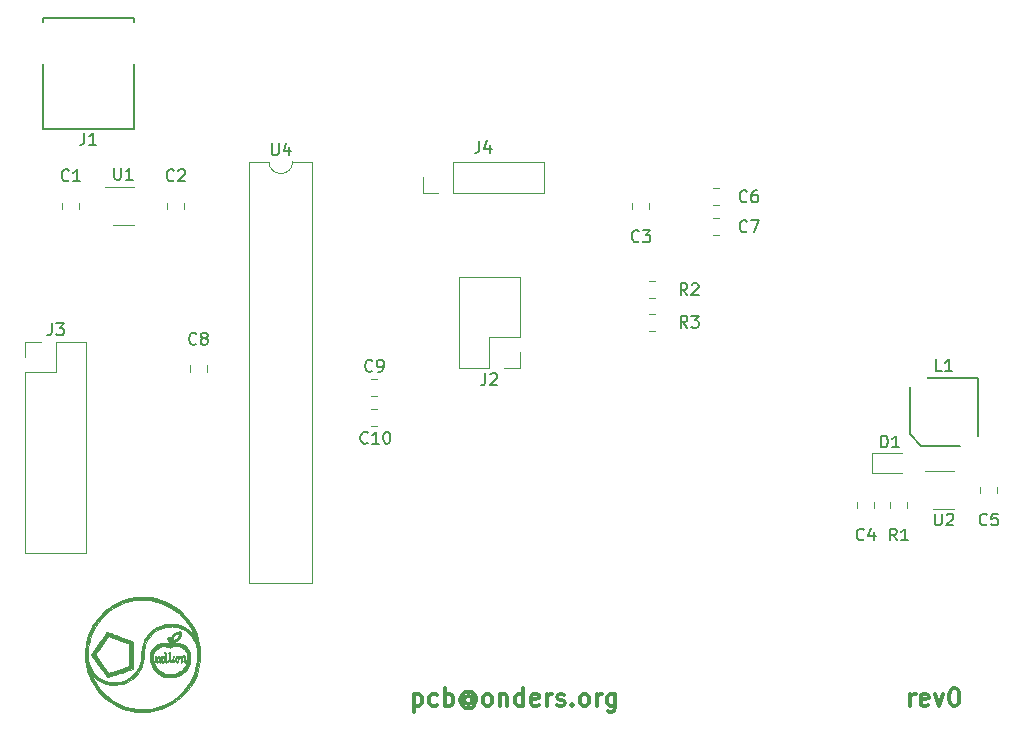
<source format=gto>
%TF.GenerationSoftware,KiCad,Pcbnew,5.0.2+dfsg1-1*%
%TF.CreationDate,2021-08-11T18:46:01+02:00*%
%TF.ProjectId,clock_gen,636c6f63-6b5f-4676-956e-2e6b69636164,rev?*%
%TF.SameCoordinates,Original*%
%TF.FileFunction,Legend,Top*%
%TF.FilePolarity,Positive*%
%FSLAX46Y46*%
G04 Gerber Fmt 4.6, Leading zero omitted, Abs format (unit mm)*
G04 Created by KiCad (PCBNEW 5.0.2+dfsg1-1) date Wed 11 Aug 2021 06:46:01 PM CEST*
%MOMM*%
%LPD*%
G01*
G04 APERTURE LIST*
%ADD10C,0.300000*%
%ADD11C,0.120000*%
%ADD12C,0.150000*%
%ADD13C,0.010000*%
%ADD14C,1.626000*%
%ADD15C,0.100000*%
%ADD16C,1.077000*%
%ADD17R,0.702000X0.552000*%
%ADD18C,1.352000*%
%ADD19O,1.602000X2.952000*%
%ADD20R,1.802000X1.802000*%
%ADD21O,1.802000X1.802000*%
%ADD22R,1.502000X1.502000*%
%ADD23R,1.162000X0.752000*%
%ADD24R,1.702000X1.702000*%
%ADD25O,1.702000X1.702000*%
%ADD26C,2.102000*%
%ADD27R,2.602000X3.102000*%
%ADD28R,2.102000X2.102000*%
%ADD29C,5.502000*%
G04 APERTURE END LIST*
D10*
X180590285Y-121836571D02*
X180590285Y-120836571D01*
X180590285Y-121122285D02*
X180661714Y-120979428D01*
X180733142Y-120908000D01*
X180876000Y-120836571D01*
X181018857Y-120836571D01*
X182090285Y-121765142D02*
X181947428Y-121836571D01*
X181661714Y-121836571D01*
X181518857Y-121765142D01*
X181447428Y-121622285D01*
X181447428Y-121050857D01*
X181518857Y-120908000D01*
X181661714Y-120836571D01*
X181947428Y-120836571D01*
X182090285Y-120908000D01*
X182161714Y-121050857D01*
X182161714Y-121193714D01*
X181447428Y-121336571D01*
X182661714Y-120836571D02*
X183018857Y-121836571D01*
X183376000Y-120836571D01*
X184233142Y-120336571D02*
X184376000Y-120336571D01*
X184518857Y-120408000D01*
X184590285Y-120479428D01*
X184661714Y-120622285D01*
X184733142Y-120908000D01*
X184733142Y-121265142D01*
X184661714Y-121550857D01*
X184590285Y-121693714D01*
X184518857Y-121765142D01*
X184376000Y-121836571D01*
X184233142Y-121836571D01*
X184090285Y-121765142D01*
X184018857Y-121693714D01*
X183947428Y-121550857D01*
X183876000Y-121265142D01*
X183876000Y-120908000D01*
X183947428Y-120622285D01*
X184018857Y-120479428D01*
X184090285Y-120408000D01*
X184233142Y-120336571D01*
X138530285Y-120836571D02*
X138530285Y-122336571D01*
X138530285Y-120908000D02*
X138673142Y-120836571D01*
X138958857Y-120836571D01*
X139101714Y-120908000D01*
X139173142Y-120979428D01*
X139244571Y-121122285D01*
X139244571Y-121550857D01*
X139173142Y-121693714D01*
X139101714Y-121765142D01*
X138958857Y-121836571D01*
X138673142Y-121836571D01*
X138530285Y-121765142D01*
X140530285Y-121765142D02*
X140387428Y-121836571D01*
X140101714Y-121836571D01*
X139958857Y-121765142D01*
X139887428Y-121693714D01*
X139816000Y-121550857D01*
X139816000Y-121122285D01*
X139887428Y-120979428D01*
X139958857Y-120908000D01*
X140101714Y-120836571D01*
X140387428Y-120836571D01*
X140530285Y-120908000D01*
X141173142Y-121836571D02*
X141173142Y-120336571D01*
X141173142Y-120908000D02*
X141316000Y-120836571D01*
X141601714Y-120836571D01*
X141744571Y-120908000D01*
X141816000Y-120979428D01*
X141887428Y-121122285D01*
X141887428Y-121550857D01*
X141816000Y-121693714D01*
X141744571Y-121765142D01*
X141601714Y-121836571D01*
X141316000Y-121836571D01*
X141173142Y-121765142D01*
X143458857Y-121122285D02*
X143387428Y-121050857D01*
X143244571Y-120979428D01*
X143101714Y-120979428D01*
X142958857Y-121050857D01*
X142887428Y-121122285D01*
X142816000Y-121265142D01*
X142816000Y-121408000D01*
X142887428Y-121550857D01*
X142958857Y-121622285D01*
X143101714Y-121693714D01*
X143244571Y-121693714D01*
X143387428Y-121622285D01*
X143458857Y-121550857D01*
X143458857Y-120979428D02*
X143458857Y-121550857D01*
X143530285Y-121622285D01*
X143601714Y-121622285D01*
X143744571Y-121550857D01*
X143816000Y-121408000D01*
X143816000Y-121050857D01*
X143673142Y-120836571D01*
X143458857Y-120693714D01*
X143173142Y-120622285D01*
X142887428Y-120693714D01*
X142673142Y-120836571D01*
X142530285Y-121050857D01*
X142458857Y-121336571D01*
X142530285Y-121622285D01*
X142673142Y-121836571D01*
X142887428Y-121979428D01*
X143173142Y-122050857D01*
X143458857Y-121979428D01*
X143673142Y-121836571D01*
X144673142Y-121836571D02*
X144530285Y-121765142D01*
X144458857Y-121693714D01*
X144387428Y-121550857D01*
X144387428Y-121122285D01*
X144458857Y-120979428D01*
X144530285Y-120908000D01*
X144673142Y-120836571D01*
X144887428Y-120836571D01*
X145030285Y-120908000D01*
X145101714Y-120979428D01*
X145173142Y-121122285D01*
X145173142Y-121550857D01*
X145101714Y-121693714D01*
X145030285Y-121765142D01*
X144887428Y-121836571D01*
X144673142Y-121836571D01*
X145816000Y-120836571D02*
X145816000Y-121836571D01*
X145816000Y-120979428D02*
X145887428Y-120908000D01*
X146030285Y-120836571D01*
X146244571Y-120836571D01*
X146387428Y-120908000D01*
X146458857Y-121050857D01*
X146458857Y-121836571D01*
X147816000Y-121836571D02*
X147816000Y-120336571D01*
X147816000Y-121765142D02*
X147673142Y-121836571D01*
X147387428Y-121836571D01*
X147244571Y-121765142D01*
X147173142Y-121693714D01*
X147101714Y-121550857D01*
X147101714Y-121122285D01*
X147173142Y-120979428D01*
X147244571Y-120908000D01*
X147387428Y-120836571D01*
X147673142Y-120836571D01*
X147816000Y-120908000D01*
X149101714Y-121765142D02*
X148958857Y-121836571D01*
X148673142Y-121836571D01*
X148530285Y-121765142D01*
X148458857Y-121622285D01*
X148458857Y-121050857D01*
X148530285Y-120908000D01*
X148673142Y-120836571D01*
X148958857Y-120836571D01*
X149101714Y-120908000D01*
X149173142Y-121050857D01*
X149173142Y-121193714D01*
X148458857Y-121336571D01*
X149816000Y-121836571D02*
X149816000Y-120836571D01*
X149816000Y-121122285D02*
X149887428Y-120979428D01*
X149958857Y-120908000D01*
X150101714Y-120836571D01*
X150244571Y-120836571D01*
X150673142Y-121765142D02*
X150816000Y-121836571D01*
X151101714Y-121836571D01*
X151244571Y-121765142D01*
X151316000Y-121622285D01*
X151316000Y-121550857D01*
X151244571Y-121408000D01*
X151101714Y-121336571D01*
X150887428Y-121336571D01*
X150744571Y-121265142D01*
X150673142Y-121122285D01*
X150673142Y-121050857D01*
X150744571Y-120908000D01*
X150887428Y-120836571D01*
X151101714Y-120836571D01*
X151244571Y-120908000D01*
X151958857Y-121693714D02*
X152030285Y-121765142D01*
X151958857Y-121836571D01*
X151887428Y-121765142D01*
X151958857Y-121693714D01*
X151958857Y-121836571D01*
X152887428Y-121836571D02*
X152744571Y-121765142D01*
X152673142Y-121693714D01*
X152601714Y-121550857D01*
X152601714Y-121122285D01*
X152673142Y-120979428D01*
X152744571Y-120908000D01*
X152887428Y-120836571D01*
X153101714Y-120836571D01*
X153244571Y-120908000D01*
X153316000Y-120979428D01*
X153387428Y-121122285D01*
X153387428Y-121550857D01*
X153316000Y-121693714D01*
X153244571Y-121765142D01*
X153101714Y-121836571D01*
X152887428Y-121836571D01*
X154030285Y-121836571D02*
X154030285Y-120836571D01*
X154030285Y-121122285D02*
X154101714Y-120979428D01*
X154173142Y-120908000D01*
X154316000Y-120836571D01*
X154458857Y-120836571D01*
X155601714Y-120836571D02*
X155601714Y-122050857D01*
X155530285Y-122193714D01*
X155458857Y-122265142D01*
X155316000Y-122336571D01*
X155101714Y-122336571D01*
X154958857Y-122265142D01*
X155601714Y-121765142D02*
X155458857Y-121836571D01*
X155173142Y-121836571D01*
X155030285Y-121765142D01*
X154958857Y-121693714D01*
X154887428Y-121550857D01*
X154887428Y-121122285D01*
X154958857Y-120979428D01*
X155030285Y-120908000D01*
X155173142Y-120836571D01*
X155458857Y-120836571D01*
X155601714Y-120908000D01*
D11*
X108789400Y-79750078D02*
X108789400Y-79232922D01*
X110209400Y-79750078D02*
X110209400Y-79232922D01*
X117679400Y-79750078D02*
X117679400Y-79232922D01*
X119099400Y-79750078D02*
X119099400Y-79232922D01*
X158469400Y-79760578D02*
X158469400Y-79243422D01*
X157049400Y-79760578D02*
X157049400Y-79243422D01*
X176099400Y-104567222D02*
X176099400Y-105084378D01*
X177519400Y-104567222D02*
X177519400Y-105084378D01*
X187933400Y-103297222D02*
X187933400Y-103814378D01*
X186513400Y-103297222D02*
X186513400Y-103814378D01*
X163850822Y-79450000D02*
X164367978Y-79450000D01*
X163850822Y-78030000D02*
X164367978Y-78030000D01*
X163850822Y-80570000D02*
X164367978Y-80570000D01*
X163850822Y-81990000D02*
X164367978Y-81990000D01*
X119584400Y-93007922D02*
X119584400Y-93525078D01*
X121004400Y-93007922D02*
X121004400Y-93525078D01*
X134943322Y-95579000D02*
X135460478Y-95579000D01*
X134943322Y-94159000D02*
X135460478Y-94159000D01*
X134943322Y-96699000D02*
X135460478Y-96699000D01*
X134943322Y-98119000D02*
X135460478Y-98119000D01*
X177341400Y-100419800D02*
X177341400Y-102119800D01*
X177341400Y-102119800D02*
X179891400Y-102119800D01*
X177341400Y-100419800D02*
X179891400Y-100419800D01*
D12*
X114819400Y-63574000D02*
X114819400Y-63924000D01*
X107119400Y-63574000D02*
X107119400Y-63924000D01*
X114819400Y-67474000D02*
X114819400Y-72974000D01*
X107119400Y-63574000D02*
X114819400Y-63574000D01*
X107119400Y-72974000D02*
X107119400Y-67474000D01*
X114819400Y-72974000D02*
X107119400Y-72974000D01*
D11*
X147532400Y-85487200D02*
X142332400Y-85487200D01*
X147532400Y-90627200D02*
X147532400Y-85487200D01*
X142332400Y-93227200D02*
X142332400Y-85487200D01*
X147532400Y-90627200D02*
X144932400Y-90627200D01*
X144932400Y-90627200D02*
X144932400Y-93227200D01*
X144932400Y-93227200D02*
X142332400Y-93227200D01*
X147532400Y-91897200D02*
X147532400Y-93227200D01*
X147532400Y-93227200D02*
X146202400Y-93227200D01*
X105629400Y-108899000D02*
X110829400Y-108899000D01*
X105629400Y-93599000D02*
X105629400Y-108899000D01*
X110829400Y-90999000D02*
X110829400Y-108899000D01*
X105629400Y-93599000D02*
X108229400Y-93599000D01*
X108229400Y-93599000D02*
X108229400Y-90999000D01*
X108229400Y-90999000D02*
X110829400Y-90999000D01*
X105629400Y-92329000D02*
X105629400Y-90999000D01*
X105629400Y-90999000D02*
X106959400Y-90999000D01*
X149564400Y-78419000D02*
X149564400Y-75759000D01*
X141884400Y-78419000D02*
X149564400Y-78419000D01*
X141884400Y-75759000D02*
X149564400Y-75759000D01*
X141884400Y-78419000D02*
X141884400Y-75759000D01*
X140614400Y-78419000D02*
X139284400Y-78419000D01*
X139284400Y-78419000D02*
X139284400Y-77089000D01*
D12*
X186313400Y-94051800D02*
X186313400Y-99051800D01*
X184813400Y-99851800D02*
X181513400Y-99851800D01*
X181513400Y-99851800D02*
X180513400Y-98851800D01*
X180513400Y-98851800D02*
X180513400Y-94851800D01*
X186313400Y-94051800D02*
X182013400Y-94051800D01*
D11*
X180313400Y-105084378D02*
X180313400Y-104567222D01*
X178893400Y-105084378D02*
X178893400Y-104567222D01*
X158955478Y-87324000D02*
X158438322Y-87324000D01*
X158955478Y-85904000D02*
X158438322Y-85904000D01*
X158955478Y-90067200D02*
X158438322Y-90067200D01*
X158955478Y-88647200D02*
X158438322Y-88647200D01*
X113044400Y-81089000D02*
X114844400Y-81089000D01*
X114844400Y-77869000D02*
X112394400Y-77869000D01*
X182513400Y-105165800D02*
X184313400Y-105165800D01*
X184313400Y-101945800D02*
X181863400Y-101945800D01*
X128279400Y-75759000D02*
G75*
G02X126279400Y-75759000I-1000000J0D01*
G01*
X126279400Y-75759000D02*
X124629400Y-75759000D01*
X124629400Y-75759000D02*
X124629400Y-111439000D01*
X124629400Y-111439000D02*
X129929400Y-111439000D01*
X129929400Y-111439000D02*
X129929400Y-75759000D01*
X129929400Y-75759000D02*
X128279400Y-75759000D01*
D13*
G36*
X118198739Y-117587520D02*
X118199800Y-117589300D01*
X118200735Y-117610399D01*
X118197673Y-117657478D01*
X118191222Y-117722967D01*
X118184502Y-117779800D01*
X118175015Y-117860698D01*
X118167539Y-117935296D01*
X118163046Y-117993269D01*
X118162186Y-118016867D01*
X118162299Y-118076134D01*
X118199650Y-118012799D01*
X118234025Y-117967723D01*
X118262201Y-117951579D01*
X118278542Y-117961917D01*
X118277409Y-117996287D01*
X118260284Y-118039147D01*
X118222007Y-118098253D01*
X118181703Y-118135804D01*
X118144258Y-118149717D01*
X118114558Y-118137908D01*
X118099444Y-118107704D01*
X118097265Y-118075445D01*
X118098726Y-118017719D01*
X118103164Y-117942649D01*
X118109916Y-117858360D01*
X118118320Y-117772977D01*
X118127712Y-117694623D01*
X118137430Y-117631423D01*
X118138989Y-117623167D01*
X118154402Y-117589206D01*
X118177578Y-117575508D01*
X118198739Y-117587520D01*
X118198739Y-117587520D01*
G37*
X118198739Y-117587520D02*
X118199800Y-117589300D01*
X118200735Y-117610399D01*
X118197673Y-117657478D01*
X118191222Y-117722967D01*
X118184502Y-117779800D01*
X118175015Y-117860698D01*
X118167539Y-117935296D01*
X118163046Y-117993269D01*
X118162186Y-118016867D01*
X118162299Y-118076134D01*
X118199650Y-118012799D01*
X118234025Y-117967723D01*
X118262201Y-117951579D01*
X118278542Y-117961917D01*
X118277409Y-117996287D01*
X118260284Y-118039147D01*
X118222007Y-118098253D01*
X118181703Y-118135804D01*
X118144258Y-118149717D01*
X118114558Y-118137908D01*
X118099444Y-118107704D01*
X118097265Y-118075445D01*
X118098726Y-118017719D01*
X118103164Y-117942649D01*
X118109916Y-117858360D01*
X118118320Y-117772977D01*
X118127712Y-117694623D01*
X118137430Y-117631423D01*
X118138989Y-117623167D01*
X118154402Y-117589206D01*
X118177578Y-117575508D01*
X118198739Y-117587520D01*
G36*
X119192773Y-117589948D02*
X119197166Y-117633245D01*
X119193599Y-117706547D01*
X119183190Y-117803796D01*
X119173841Y-117885914D01*
X119167069Y-117958299D01*
X119163534Y-118012872D01*
X119163778Y-118040863D01*
X119169312Y-118060150D01*
X119179492Y-118054272D01*
X119198886Y-118021100D01*
X119229191Y-117980737D01*
X119259848Y-117965878D01*
X119284583Y-117979402D01*
X119285772Y-117981229D01*
X119282487Y-118003454D01*
X119263180Y-118041589D01*
X119234308Y-118086216D01*
X119202331Y-118127917D01*
X119173707Y-118157272D01*
X119159514Y-118165364D01*
X119126005Y-118158768D01*
X119112948Y-118149441D01*
X119098897Y-118119358D01*
X119092221Y-118073526D01*
X119092133Y-118067870D01*
X119094443Y-118014466D01*
X119100668Y-117944062D01*
X119109755Y-117864192D01*
X119120647Y-117782392D01*
X119132290Y-117706195D01*
X119143629Y-117643138D01*
X119153608Y-117600754D01*
X119159436Y-117587191D01*
X119180253Y-117575112D01*
X119192773Y-117589948D01*
X119192773Y-117589948D01*
G37*
X119192773Y-117589948D02*
X119197166Y-117633245D01*
X119193599Y-117706547D01*
X119183190Y-117803796D01*
X119173841Y-117885914D01*
X119167069Y-117958299D01*
X119163534Y-118012872D01*
X119163778Y-118040863D01*
X119169312Y-118060150D01*
X119179492Y-118054272D01*
X119198886Y-118021100D01*
X119229191Y-117980737D01*
X119259848Y-117965878D01*
X119284583Y-117979402D01*
X119285772Y-117981229D01*
X119282487Y-118003454D01*
X119263180Y-118041589D01*
X119234308Y-118086216D01*
X119202331Y-118127917D01*
X119173707Y-118157272D01*
X119159514Y-118165364D01*
X119126005Y-118158768D01*
X119112948Y-118149441D01*
X119098897Y-118119358D01*
X119092221Y-118073526D01*
X119092133Y-118067870D01*
X119094443Y-118014466D01*
X119100668Y-117944062D01*
X119109755Y-117864192D01*
X119120647Y-117782392D01*
X119132290Y-117706195D01*
X119143629Y-117643138D01*
X119153608Y-117600754D01*
X119159436Y-117587191D01*
X119180253Y-117575112D01*
X119192773Y-117589948D01*
G36*
X119106268Y-117549043D02*
X119109067Y-117568974D01*
X119096072Y-117639219D01*
X119060686Y-117693014D01*
X119008308Y-117723992D01*
X118973356Y-117729000D01*
X118955648Y-117731512D01*
X118942574Y-117743147D01*
X118931574Y-117770055D01*
X118920086Y-117818383D01*
X118906366Y-117889867D01*
X118894611Y-117952306D01*
X118883920Y-118007081D01*
X118878422Y-118033800D01*
X118869244Y-118076134D01*
X118909813Y-118038034D01*
X118952714Y-118005324D01*
X118979707Y-117998726D01*
X118989270Y-118013693D01*
X118979882Y-118045675D01*
X118950019Y-118090125D01*
X118933501Y-118108794D01*
X118889332Y-118151000D01*
X118858621Y-118166560D01*
X118835717Y-118156791D01*
X118820969Y-118134969D01*
X118813206Y-118106109D01*
X118813509Y-118059314D01*
X118822141Y-117988620D01*
X118829315Y-117944469D01*
X118842045Y-117872457D01*
X118853699Y-117810864D01*
X118862488Y-117768973D01*
X118865149Y-117758634D01*
X118864496Y-117733984D01*
X118847306Y-117728959D01*
X118823184Y-117741651D01*
X118801733Y-117770154D01*
X118801186Y-117771334D01*
X118775080Y-117802943D01*
X118742527Y-117812950D01*
X118715138Y-117799312D01*
X118708545Y-117787628D01*
X118708141Y-117751187D01*
X118722491Y-117700292D01*
X118743491Y-117653751D01*
X118841646Y-117653751D01*
X118861999Y-117656557D01*
X118880467Y-117656997D01*
X118915317Y-117655634D01*
X118924312Y-117651796D01*
X118919652Y-117649978D01*
X118979245Y-117649978D01*
X118981569Y-117660045D01*
X118990533Y-117661267D01*
X119004472Y-117655071D01*
X119001822Y-117649978D01*
X118981726Y-117647951D01*
X118979245Y-117649978D01*
X118919652Y-117649978D01*
X118918764Y-117649632D01*
X118878100Y-117646478D01*
X118851031Y-117649291D01*
X118841646Y-117653751D01*
X118743491Y-117653751D01*
X118746213Y-117647720D01*
X118773927Y-117606245D01*
X118791182Y-117591474D01*
X118832334Y-117581556D01*
X118891002Y-117581799D01*
X118905427Y-117583410D01*
X118958192Y-117587538D01*
X118990959Y-117580326D01*
X119015744Y-117559877D01*
X119053814Y-117530677D01*
X119086449Y-117527306D01*
X119106268Y-117549043D01*
X119106268Y-117549043D01*
G37*
X119106268Y-117549043D02*
X119109067Y-117568974D01*
X119096072Y-117639219D01*
X119060686Y-117693014D01*
X119008308Y-117723992D01*
X118973356Y-117729000D01*
X118955648Y-117731512D01*
X118942574Y-117743147D01*
X118931574Y-117770055D01*
X118920086Y-117818383D01*
X118906366Y-117889867D01*
X118894611Y-117952306D01*
X118883920Y-118007081D01*
X118878422Y-118033800D01*
X118869244Y-118076134D01*
X118909813Y-118038034D01*
X118952714Y-118005324D01*
X118979707Y-117998726D01*
X118989270Y-118013693D01*
X118979882Y-118045675D01*
X118950019Y-118090125D01*
X118933501Y-118108794D01*
X118889332Y-118151000D01*
X118858621Y-118166560D01*
X118835717Y-118156791D01*
X118820969Y-118134969D01*
X118813206Y-118106109D01*
X118813509Y-118059314D01*
X118822141Y-117988620D01*
X118829315Y-117944469D01*
X118842045Y-117872457D01*
X118853699Y-117810864D01*
X118862488Y-117768973D01*
X118865149Y-117758634D01*
X118864496Y-117733984D01*
X118847306Y-117728959D01*
X118823184Y-117741651D01*
X118801733Y-117770154D01*
X118801186Y-117771334D01*
X118775080Y-117802943D01*
X118742527Y-117812950D01*
X118715138Y-117799312D01*
X118708545Y-117787628D01*
X118708141Y-117751187D01*
X118722491Y-117700292D01*
X118743491Y-117653751D01*
X118841646Y-117653751D01*
X118861999Y-117656557D01*
X118880467Y-117656997D01*
X118915317Y-117655634D01*
X118924312Y-117651796D01*
X118919652Y-117649978D01*
X118979245Y-117649978D01*
X118981569Y-117660045D01*
X118990533Y-117661267D01*
X119004472Y-117655071D01*
X119001822Y-117649978D01*
X118981726Y-117647951D01*
X118979245Y-117649978D01*
X118919652Y-117649978D01*
X118918764Y-117649632D01*
X118878100Y-117646478D01*
X118851031Y-117649291D01*
X118841646Y-117653751D01*
X118743491Y-117653751D01*
X118746213Y-117647720D01*
X118773927Y-117606245D01*
X118791182Y-117591474D01*
X118832334Y-117581556D01*
X118891002Y-117581799D01*
X118905427Y-117583410D01*
X118958192Y-117587538D01*
X118990959Y-117580326D01*
X119015744Y-117559877D01*
X119053814Y-117530677D01*
X119086449Y-117527306D01*
X119106268Y-117549043D01*
G36*
X118640663Y-117599765D02*
X118681841Y-117623679D01*
X118702609Y-117648456D01*
X118701520Y-117667455D01*
X118677128Y-117674035D01*
X118656100Y-117670681D01*
X118588766Y-117655082D01*
X118545322Y-117648932D01*
X118517065Y-117652495D01*
X118495288Y-117666034D01*
X118484876Y-117675857D01*
X118450240Y-117726943D01*
X118424391Y-117796605D01*
X118408430Y-117875440D01*
X118403458Y-117954042D01*
X118410578Y-118023008D01*
X118430890Y-118072933D01*
X118437467Y-118080657D01*
X118467501Y-118095638D01*
X118496426Y-118078462D01*
X118524980Y-118028461D01*
X118540566Y-117987401D01*
X118560257Y-117908873D01*
X118564621Y-117839545D01*
X118554496Y-117785503D01*
X118530720Y-117752834D01*
X118507338Y-117745934D01*
X118487232Y-117731840D01*
X118482533Y-117712067D01*
X118491184Y-117682397D01*
X118513377Y-117676344D01*
X118543476Y-117689616D01*
X118575845Y-117717916D01*
X118604846Y-117756950D01*
X118624843Y-117802425D01*
X118629419Y-117823973D01*
X118629843Y-117896633D01*
X118615090Y-117973154D01*
X118588589Y-118046103D01*
X118553768Y-118108048D01*
X118514054Y-118151555D01*
X118472876Y-118169193D01*
X118470176Y-118169267D01*
X118432943Y-118159835D01*
X118402120Y-118143247D01*
X118365339Y-118098377D01*
X118343330Y-118031060D01*
X118335589Y-117949077D01*
X118341612Y-117860205D01*
X118360894Y-117772225D01*
X118392932Y-117692914D01*
X118435250Y-117632124D01*
X118493318Y-117593614D01*
X118564790Y-117582522D01*
X118640663Y-117599765D01*
X118640663Y-117599765D01*
G37*
X118640663Y-117599765D02*
X118681841Y-117623679D01*
X118702609Y-117648456D01*
X118701520Y-117667455D01*
X118677128Y-117674035D01*
X118656100Y-117670681D01*
X118588766Y-117655082D01*
X118545322Y-117648932D01*
X118517065Y-117652495D01*
X118495288Y-117666034D01*
X118484876Y-117675857D01*
X118450240Y-117726943D01*
X118424391Y-117796605D01*
X118408430Y-117875440D01*
X118403458Y-117954042D01*
X118410578Y-118023008D01*
X118430890Y-118072933D01*
X118437467Y-118080657D01*
X118467501Y-118095638D01*
X118496426Y-118078462D01*
X118524980Y-118028461D01*
X118540566Y-117987401D01*
X118560257Y-117908873D01*
X118564621Y-117839545D01*
X118554496Y-117785503D01*
X118530720Y-117752834D01*
X118507338Y-117745934D01*
X118487232Y-117731840D01*
X118482533Y-117712067D01*
X118491184Y-117682397D01*
X118513377Y-117676344D01*
X118543476Y-117689616D01*
X118575845Y-117717916D01*
X118604846Y-117756950D01*
X118624843Y-117802425D01*
X118629419Y-117823973D01*
X118629843Y-117896633D01*
X118615090Y-117973154D01*
X118588589Y-118046103D01*
X118553768Y-118108048D01*
X118514054Y-118151555D01*
X118472876Y-118169193D01*
X118470176Y-118169267D01*
X118432943Y-118159835D01*
X118402120Y-118143247D01*
X118365339Y-118098377D01*
X118343330Y-118031060D01*
X118335589Y-117949077D01*
X118341612Y-117860205D01*
X118360894Y-117772225D01*
X118392932Y-117692914D01*
X118435250Y-117632124D01*
X118493318Y-117593614D01*
X118564790Y-117582522D01*
X118640663Y-117599765D01*
G36*
X117865812Y-117289345D02*
X117880809Y-117305014D01*
X117892178Y-117322413D01*
X117901171Y-117349658D01*
X117908452Y-117391672D01*
X117914685Y-117453379D01*
X117920532Y-117539703D01*
X117925861Y-117639447D01*
X117931328Y-117742715D01*
X117937045Y-117839364D01*
X117942538Y-117922177D01*
X117947337Y-117983938D01*
X117950265Y-118012634D01*
X117961618Y-118063803D01*
X117977542Y-118084212D01*
X117996756Y-118072442D01*
X117999933Y-118067667D01*
X118023979Y-118051207D01*
X118049071Y-118058058D01*
X118059200Y-118081213D01*
X118044725Y-118124231D01*
X118004886Y-118148553D01*
X117974008Y-118152334D01*
X117937512Y-118143429D01*
X117910695Y-118114041D01*
X117891623Y-118060156D01*
X117878363Y-117977764D01*
X117875278Y-117947410D01*
X117863726Y-117822134D01*
X117814802Y-117978957D01*
X117782927Y-118072736D01*
X117756058Y-118133417D01*
X117733969Y-118161363D01*
X117716428Y-118156935D01*
X117709922Y-118144384D01*
X117711047Y-118118545D01*
X117721734Y-118066922D01*
X117740436Y-117995718D01*
X117765602Y-117911139D01*
X117777455Y-117873955D01*
X117810846Y-117767694D01*
X117833670Y-117685271D01*
X117847617Y-117618952D01*
X117854375Y-117561003D01*
X117855741Y-117515512D01*
X117852609Y-117433357D01*
X117843153Y-117382782D01*
X117826625Y-117361961D01*
X117802277Y-117369070D01*
X117797306Y-117372925D01*
X117770533Y-117386814D01*
X117749449Y-117374891D01*
X117741259Y-117355738D01*
X117756742Y-117331369D01*
X117776511Y-117312956D01*
X117815535Y-117282228D01*
X117841636Y-117274637D01*
X117865812Y-117289345D01*
X117865812Y-117289345D01*
G37*
X117865812Y-117289345D02*
X117880809Y-117305014D01*
X117892178Y-117322413D01*
X117901171Y-117349658D01*
X117908452Y-117391672D01*
X117914685Y-117453379D01*
X117920532Y-117539703D01*
X117925861Y-117639447D01*
X117931328Y-117742715D01*
X117937045Y-117839364D01*
X117942538Y-117922177D01*
X117947337Y-117983938D01*
X117950265Y-118012634D01*
X117961618Y-118063803D01*
X117977542Y-118084212D01*
X117996756Y-118072442D01*
X117999933Y-118067667D01*
X118023979Y-118051207D01*
X118049071Y-118058058D01*
X118059200Y-118081213D01*
X118044725Y-118124231D01*
X118004886Y-118148553D01*
X117974008Y-118152334D01*
X117937512Y-118143429D01*
X117910695Y-118114041D01*
X117891623Y-118060156D01*
X117878363Y-117977764D01*
X117875278Y-117947410D01*
X117863726Y-117822134D01*
X117814802Y-117978957D01*
X117782927Y-118072736D01*
X117756058Y-118133417D01*
X117733969Y-118161363D01*
X117716428Y-118156935D01*
X117709922Y-118144384D01*
X117711047Y-118118545D01*
X117721734Y-118066922D01*
X117740436Y-117995718D01*
X117765602Y-117911139D01*
X117777455Y-117873955D01*
X117810846Y-117767694D01*
X117833670Y-117685271D01*
X117847617Y-117618952D01*
X117854375Y-117561003D01*
X117855741Y-117515512D01*
X117852609Y-117433357D01*
X117843153Y-117382782D01*
X117826625Y-117361961D01*
X117802277Y-117369070D01*
X117797306Y-117372925D01*
X117770533Y-117386814D01*
X117749449Y-117374891D01*
X117741259Y-117355738D01*
X117756742Y-117331369D01*
X117776511Y-117312956D01*
X117815535Y-117282228D01*
X117841636Y-117274637D01*
X117865812Y-117289345D01*
G36*
X117477192Y-117294085D02*
X117483549Y-117297251D01*
X117500932Y-117314638D01*
X117514861Y-117345505D01*
X117525938Y-117393715D01*
X117534765Y-117463130D01*
X117541948Y-117557614D01*
X117548087Y-117681030D01*
X117549686Y-117720881D01*
X117556364Y-117860611D01*
X117564419Y-117967300D01*
X117573982Y-118041748D01*
X117585181Y-118084759D01*
X117598149Y-118097133D01*
X117609123Y-118086775D01*
X117632921Y-118070354D01*
X117663272Y-118069646D01*
X117684364Y-118083446D01*
X117686667Y-118092676D01*
X117672110Y-118122539D01*
X117637429Y-118148590D01*
X117596109Y-118162848D01*
X117570378Y-118161513D01*
X117540634Y-118138886D01*
X117517326Y-118090237D01*
X117499387Y-118012684D01*
X117490022Y-117944730D01*
X117478000Y-117839067D01*
X117424625Y-117998881D01*
X117394048Y-118084314D01*
X117369262Y-118138798D01*
X117348867Y-118164480D01*
X117331460Y-118163506D01*
X117323487Y-118153769D01*
X117324887Y-118132652D01*
X117335499Y-118085073D01*
X117353829Y-118016700D01*
X117378379Y-117933197D01*
X117400151Y-117863493D01*
X117432509Y-117761109D01*
X117455351Y-117684341D01*
X117469977Y-117626714D01*
X117477689Y-117581750D01*
X117479784Y-117542972D01*
X117477565Y-117503904D01*
X117475763Y-117486773D01*
X117467271Y-117419898D01*
X117458639Y-117381549D01*
X117446996Y-117366499D01*
X117429473Y-117369517D01*
X117415719Y-117377339D01*
X117382367Y-117389196D01*
X117368146Y-117373711D01*
X117372983Y-117340849D01*
X117397400Y-117310326D01*
X117437623Y-117292575D01*
X117477192Y-117294085D01*
X117477192Y-117294085D01*
G37*
X117477192Y-117294085D02*
X117483549Y-117297251D01*
X117500932Y-117314638D01*
X117514861Y-117345505D01*
X117525938Y-117393715D01*
X117534765Y-117463130D01*
X117541948Y-117557614D01*
X117548087Y-117681030D01*
X117549686Y-117720881D01*
X117556364Y-117860611D01*
X117564419Y-117967300D01*
X117573982Y-118041748D01*
X117585181Y-118084759D01*
X117598149Y-118097133D01*
X117609123Y-118086775D01*
X117632921Y-118070354D01*
X117663272Y-118069646D01*
X117684364Y-118083446D01*
X117686667Y-118092676D01*
X117672110Y-118122539D01*
X117637429Y-118148590D01*
X117596109Y-118162848D01*
X117570378Y-118161513D01*
X117540634Y-118138886D01*
X117517326Y-118090237D01*
X117499387Y-118012684D01*
X117490022Y-117944730D01*
X117478000Y-117839067D01*
X117424625Y-117998881D01*
X117394048Y-118084314D01*
X117369262Y-118138798D01*
X117348867Y-118164480D01*
X117331460Y-118163506D01*
X117323487Y-118153769D01*
X117324887Y-118132652D01*
X117335499Y-118085073D01*
X117353829Y-118016700D01*
X117378379Y-117933197D01*
X117400151Y-117863493D01*
X117432509Y-117761109D01*
X117455351Y-117684341D01*
X117469977Y-117626714D01*
X117477689Y-117581750D01*
X117479784Y-117542972D01*
X117477565Y-117503904D01*
X117475763Y-117486773D01*
X117467271Y-117419898D01*
X117458639Y-117381549D01*
X117446996Y-117366499D01*
X117429473Y-117369517D01*
X117415719Y-117377339D01*
X117382367Y-117389196D01*
X117368146Y-117373711D01*
X117372983Y-117340849D01*
X117397400Y-117310326D01*
X117437623Y-117292575D01*
X117477192Y-117294085D01*
G36*
X117361522Y-117630858D02*
X117357239Y-117656692D01*
X117341644Y-117705441D01*
X117317452Y-117769192D01*
X117298062Y-117815721D01*
X117263458Y-117902069D01*
X117240319Y-117972783D01*
X117229270Y-118024423D01*
X117230935Y-118053549D01*
X117245935Y-118056720D01*
X117255584Y-118050138D01*
X117282778Y-118037434D01*
X117301258Y-118048018D01*
X117309707Y-118069652D01*
X117294932Y-118101715D01*
X117286046Y-118114187D01*
X117245647Y-118155300D01*
X117210668Y-118164371D01*
X117182776Y-118141150D01*
X117177227Y-118130535D01*
X117158481Y-118089392D01*
X117118544Y-118129330D01*
X117068730Y-118161979D01*
X117018478Y-118166100D01*
X116975950Y-118141567D01*
X116967960Y-118131632D01*
X116944931Y-118072317D01*
X116941540Y-118008269D01*
X117009334Y-118008269D01*
X117013724Y-118069585D01*
X117027545Y-118098792D01*
X117051766Y-118096110D01*
X117087360Y-118061760D01*
X117110827Y-118031260D01*
X117136218Y-117993362D01*
X117151413Y-117959066D01*
X117158994Y-117917640D01*
X117161541Y-117858351D01*
X117161734Y-117819593D01*
X117159990Y-117755186D01*
X117155343Y-117706144D01*
X117148668Y-117680309D01*
X117145953Y-117678200D01*
X117118092Y-117693645D01*
X117088045Y-117734876D01*
X117058979Y-117794240D01*
X117034064Y-117864082D01*
X117016468Y-117936748D01*
X117009357Y-118004583D01*
X117009334Y-118008269D01*
X116941540Y-118008269D01*
X116940835Y-117994972D01*
X116953238Y-117907844D01*
X116979708Y-117819180D01*
X117017813Y-117737226D01*
X117065118Y-117670230D01*
X117116575Y-117627836D01*
X117151136Y-117612054D01*
X117173458Y-117617169D01*
X117196627Y-117641976D01*
X117220577Y-117689150D01*
X117230292Y-117743576D01*
X117231390Y-117774316D01*
X117235476Y-117783363D01*
X117245373Y-117767864D01*
X117263900Y-117724965D01*
X117274705Y-117698649D01*
X117304144Y-117637122D01*
X117329504Y-117604723D01*
X117349230Y-117602666D01*
X117361522Y-117630858D01*
X117361522Y-117630858D01*
G37*
X117361522Y-117630858D02*
X117357239Y-117656692D01*
X117341644Y-117705441D01*
X117317452Y-117769192D01*
X117298062Y-117815721D01*
X117263458Y-117902069D01*
X117240319Y-117972783D01*
X117229270Y-118024423D01*
X117230935Y-118053549D01*
X117245935Y-118056720D01*
X117255584Y-118050138D01*
X117282778Y-118037434D01*
X117301258Y-118048018D01*
X117309707Y-118069652D01*
X117294932Y-118101715D01*
X117286046Y-118114187D01*
X117245647Y-118155300D01*
X117210668Y-118164371D01*
X117182776Y-118141150D01*
X117177227Y-118130535D01*
X117158481Y-118089392D01*
X117118544Y-118129330D01*
X117068730Y-118161979D01*
X117018478Y-118166100D01*
X116975950Y-118141567D01*
X116967960Y-118131632D01*
X116944931Y-118072317D01*
X116941540Y-118008269D01*
X117009334Y-118008269D01*
X117013724Y-118069585D01*
X117027545Y-118098792D01*
X117051766Y-118096110D01*
X117087360Y-118061760D01*
X117110827Y-118031260D01*
X117136218Y-117993362D01*
X117151413Y-117959066D01*
X117158994Y-117917640D01*
X117161541Y-117858351D01*
X117161734Y-117819593D01*
X117159990Y-117755186D01*
X117155343Y-117706144D01*
X117148668Y-117680309D01*
X117145953Y-117678200D01*
X117118092Y-117693645D01*
X117088045Y-117734876D01*
X117058979Y-117794240D01*
X117034064Y-117864082D01*
X117016468Y-117936748D01*
X117009357Y-118004583D01*
X117009334Y-118008269D01*
X116941540Y-118008269D01*
X116940835Y-117994972D01*
X116953238Y-117907844D01*
X116979708Y-117819180D01*
X117017813Y-117737226D01*
X117065118Y-117670230D01*
X117116575Y-117627836D01*
X117151136Y-117612054D01*
X117173458Y-117617169D01*
X117196627Y-117641976D01*
X117220577Y-117689150D01*
X117230292Y-117743576D01*
X117231390Y-117774316D01*
X117235476Y-117783363D01*
X117245373Y-117767864D01*
X117263900Y-117724965D01*
X117274705Y-117698649D01*
X117304144Y-117637122D01*
X117329504Y-117604723D01*
X117349230Y-117602666D01*
X117361522Y-117630858D01*
G36*
X116706510Y-117598065D02*
X116713750Y-117605169D01*
X116730723Y-117630973D01*
X116735920Y-117668805D01*
X116731914Y-117722261D01*
X116723957Y-117779233D01*
X116715259Y-117825892D01*
X116711060Y-117841859D01*
X116715286Y-117842172D01*
X116734906Y-117818636D01*
X116766532Y-117775587D01*
X116796001Y-117733234D01*
X116838779Y-117674066D01*
X116877101Y-117627319D01*
X116905716Y-117599081D01*
X116916496Y-117593534D01*
X116935763Y-117598883D01*
X116939076Y-117618361D01*
X116925749Y-117657114D01*
X116901155Y-117708396D01*
X116863223Y-117794597D01*
X116832403Y-117886020D01*
X116812243Y-117970686D01*
X116806134Y-118029351D01*
X116806134Y-118086489D01*
X116847289Y-118038978D01*
X116877909Y-118009048D01*
X116898976Y-118004730D01*
X116909161Y-118011852D01*
X116917825Y-118031025D01*
X116906995Y-118059436D01*
X116883148Y-118093505D01*
X116835643Y-118146317D01*
X116797869Y-118166828D01*
X116769267Y-118154853D01*
X116749280Y-118110209D01*
X116738612Y-118046084D01*
X116729494Y-117957600D01*
X116670447Y-118063233D01*
X116632673Y-118123781D01*
X116602013Y-118159547D01*
X116580854Y-118169255D01*
X116571582Y-118151635D01*
X116574828Y-118114234D01*
X116584492Y-118069942D01*
X116600024Y-118006757D01*
X116618037Y-117938448D01*
X116636764Y-117864768D01*
X116653185Y-117791157D01*
X116663048Y-117737715D01*
X116669384Y-117690179D01*
X116667680Y-117669469D01*
X116655284Y-117668975D01*
X116638737Y-117677164D01*
X116605972Y-117685311D01*
X116590677Y-117671639D01*
X116594927Y-117644498D01*
X116620801Y-117612235D01*
X116622273Y-117610990D01*
X116657871Y-117584421D01*
X116681696Y-117580383D01*
X116706510Y-117598065D01*
X116706510Y-117598065D01*
G37*
X116706510Y-117598065D02*
X116713750Y-117605169D01*
X116730723Y-117630973D01*
X116735920Y-117668805D01*
X116731914Y-117722261D01*
X116723957Y-117779233D01*
X116715259Y-117825892D01*
X116711060Y-117841859D01*
X116715286Y-117842172D01*
X116734906Y-117818636D01*
X116766532Y-117775587D01*
X116796001Y-117733234D01*
X116838779Y-117674066D01*
X116877101Y-117627319D01*
X116905716Y-117599081D01*
X116916496Y-117593534D01*
X116935763Y-117598883D01*
X116939076Y-117618361D01*
X116925749Y-117657114D01*
X116901155Y-117708396D01*
X116863223Y-117794597D01*
X116832403Y-117886020D01*
X116812243Y-117970686D01*
X116806134Y-118029351D01*
X116806134Y-118086489D01*
X116847289Y-118038978D01*
X116877909Y-118009048D01*
X116898976Y-118004730D01*
X116909161Y-118011852D01*
X116917825Y-118031025D01*
X116906995Y-118059436D01*
X116883148Y-118093505D01*
X116835643Y-118146317D01*
X116797869Y-118166828D01*
X116769267Y-118154853D01*
X116749280Y-118110209D01*
X116738612Y-118046084D01*
X116729494Y-117957600D01*
X116670447Y-118063233D01*
X116632673Y-118123781D01*
X116602013Y-118159547D01*
X116580854Y-118169255D01*
X116571582Y-118151635D01*
X116574828Y-118114234D01*
X116584492Y-118069942D01*
X116600024Y-118006757D01*
X116618037Y-117938448D01*
X116636764Y-117864768D01*
X116653185Y-117791157D01*
X116663048Y-117737715D01*
X116669384Y-117690179D01*
X116667680Y-117669469D01*
X116655284Y-117668975D01*
X116638737Y-117677164D01*
X116605972Y-117685311D01*
X116590677Y-117671639D01*
X116594927Y-117644498D01*
X116620801Y-117612235D01*
X116622273Y-117610990D01*
X116657871Y-117584421D01*
X116681696Y-117580383D01*
X116706510Y-117598065D01*
G36*
X112563328Y-115584014D02*
X112610970Y-115600037D01*
X112685204Y-115625605D01*
X112783381Y-115659789D01*
X112902854Y-115701660D01*
X113040972Y-115750288D01*
X113195089Y-115804744D01*
X113362556Y-115864098D01*
X113540724Y-115927421D01*
X113641074Y-115963160D01*
X114720454Y-116347853D01*
X114730021Y-116534660D01*
X114731864Y-116586264D01*
X114733749Y-116667999D01*
X114735632Y-116776129D01*
X114737468Y-116906918D01*
X114739212Y-117056629D01*
X114740820Y-117221527D01*
X114742247Y-117397876D01*
X114743448Y-117581940D01*
X114744160Y-117719654D01*
X114748733Y-118717842D01*
X114148131Y-118910385D01*
X113984927Y-118962738D01*
X113808338Y-119019442D01*
X113626743Y-119077802D01*
X113448522Y-119135124D01*
X113282053Y-119188715D01*
X113135716Y-119235878D01*
X113079046Y-119254164D01*
X112959050Y-119292743D01*
X112849404Y-119327690D01*
X112754276Y-119357703D01*
X112677833Y-119381477D01*
X112624242Y-119397707D01*
X112597671Y-119405090D01*
X112595758Y-119405400D01*
X112583693Y-119391967D01*
X112553632Y-119353147D01*
X112507195Y-119291161D01*
X112446002Y-119208231D01*
X112371674Y-119106576D01*
X112285829Y-118988419D01*
X112190088Y-118855978D01*
X112086071Y-118711477D01*
X111975398Y-118557134D01*
X111898481Y-118449537D01*
X111221036Y-117500710D01*
X111597076Y-117500710D01*
X111597126Y-117501276D01*
X111610079Y-117523341D01*
X111640382Y-117569009D01*
X111685864Y-117635267D01*
X111744354Y-117719099D01*
X111813680Y-117817492D01*
X111891670Y-117927431D01*
X111976153Y-118045901D01*
X112064958Y-118169889D01*
X112155912Y-118296380D01*
X112246845Y-118422360D01*
X112335583Y-118544815D01*
X112419957Y-118660729D01*
X112497794Y-118767090D01*
X112566923Y-118860882D01*
X112625171Y-118939091D01*
X112670369Y-118998703D01*
X112700343Y-119036703D01*
X112712922Y-119050078D01*
X112712924Y-119050078D01*
X112732577Y-119045109D01*
X112781424Y-119030727D01*
X112856419Y-119007882D01*
X112954514Y-118977525D01*
X113072661Y-118940605D01*
X113207813Y-118898074D01*
X113356923Y-118850880D01*
X113516943Y-118799974D01*
X113595446Y-118774911D01*
X114457225Y-118499467D01*
X114445524Y-117534856D01*
X114443274Y-117357416D01*
X114440967Y-117190337D01*
X114438658Y-117036645D01*
X114436401Y-116899368D01*
X114434251Y-116781533D01*
X114432261Y-116686169D01*
X114430488Y-116616301D01*
X114428984Y-116574958D01*
X114428051Y-116564474D01*
X114411305Y-116557678D01*
X114366151Y-116540862D01*
X114296117Y-116515282D01*
X114204729Y-116482195D01*
X114095515Y-116442856D01*
X113972001Y-116398521D01*
X113837714Y-116350448D01*
X113696182Y-116299891D01*
X113550931Y-116248107D01*
X113405489Y-116196352D01*
X113263381Y-116145883D01*
X113128136Y-116097954D01*
X113003280Y-116053824D01*
X112892340Y-116014747D01*
X112798843Y-115981980D01*
X112726316Y-115956778D01*
X112678286Y-115940399D01*
X112658279Y-115934098D01*
X112658009Y-115934067D01*
X112644898Y-115947678D01*
X112615213Y-115986447D01*
X112571050Y-116047276D01*
X112514506Y-116127068D01*
X112447679Y-116222726D01*
X112372664Y-116331152D01*
X112291559Y-116449248D01*
X112206459Y-116573917D01*
X112119463Y-116702063D01*
X112032665Y-116830586D01*
X111948165Y-116956391D01*
X111868057Y-117076379D01*
X111794438Y-117187454D01*
X111729406Y-117286517D01*
X111675057Y-117370472D01*
X111633488Y-117436221D01*
X111606796Y-117480666D01*
X111597076Y-117500710D01*
X111221036Y-117500710D01*
X111216011Y-117493673D01*
X111872085Y-116536070D01*
X111982565Y-116375162D01*
X112087683Y-116222738D01*
X112185846Y-116081065D01*
X112275463Y-115952406D01*
X112354944Y-115839027D01*
X112422696Y-115743193D01*
X112477128Y-115667168D01*
X112516648Y-115613219D01*
X112539666Y-115583609D01*
X112544926Y-115578467D01*
X112563328Y-115584014D01*
X112563328Y-115584014D01*
G37*
X112563328Y-115584014D02*
X112610970Y-115600037D01*
X112685204Y-115625605D01*
X112783381Y-115659789D01*
X112902854Y-115701660D01*
X113040972Y-115750288D01*
X113195089Y-115804744D01*
X113362556Y-115864098D01*
X113540724Y-115927421D01*
X113641074Y-115963160D01*
X114720454Y-116347853D01*
X114730021Y-116534660D01*
X114731864Y-116586264D01*
X114733749Y-116667999D01*
X114735632Y-116776129D01*
X114737468Y-116906918D01*
X114739212Y-117056629D01*
X114740820Y-117221527D01*
X114742247Y-117397876D01*
X114743448Y-117581940D01*
X114744160Y-117719654D01*
X114748733Y-118717842D01*
X114148131Y-118910385D01*
X113984927Y-118962738D01*
X113808338Y-119019442D01*
X113626743Y-119077802D01*
X113448522Y-119135124D01*
X113282053Y-119188715D01*
X113135716Y-119235878D01*
X113079046Y-119254164D01*
X112959050Y-119292743D01*
X112849404Y-119327690D01*
X112754276Y-119357703D01*
X112677833Y-119381477D01*
X112624242Y-119397707D01*
X112597671Y-119405090D01*
X112595758Y-119405400D01*
X112583693Y-119391967D01*
X112553632Y-119353147D01*
X112507195Y-119291161D01*
X112446002Y-119208231D01*
X112371674Y-119106576D01*
X112285829Y-118988419D01*
X112190088Y-118855978D01*
X112086071Y-118711477D01*
X111975398Y-118557134D01*
X111898481Y-118449537D01*
X111221036Y-117500710D01*
X111597076Y-117500710D01*
X111597126Y-117501276D01*
X111610079Y-117523341D01*
X111640382Y-117569009D01*
X111685864Y-117635267D01*
X111744354Y-117719099D01*
X111813680Y-117817492D01*
X111891670Y-117927431D01*
X111976153Y-118045901D01*
X112064958Y-118169889D01*
X112155912Y-118296380D01*
X112246845Y-118422360D01*
X112335583Y-118544815D01*
X112419957Y-118660729D01*
X112497794Y-118767090D01*
X112566923Y-118860882D01*
X112625171Y-118939091D01*
X112670369Y-118998703D01*
X112700343Y-119036703D01*
X112712922Y-119050078D01*
X112712924Y-119050078D01*
X112732577Y-119045109D01*
X112781424Y-119030727D01*
X112856419Y-119007882D01*
X112954514Y-118977525D01*
X113072661Y-118940605D01*
X113207813Y-118898074D01*
X113356923Y-118850880D01*
X113516943Y-118799974D01*
X113595446Y-118774911D01*
X114457225Y-118499467D01*
X114445524Y-117534856D01*
X114443274Y-117357416D01*
X114440967Y-117190337D01*
X114438658Y-117036645D01*
X114436401Y-116899368D01*
X114434251Y-116781533D01*
X114432261Y-116686169D01*
X114430488Y-116616301D01*
X114428984Y-116574958D01*
X114428051Y-116564474D01*
X114411305Y-116557678D01*
X114366151Y-116540862D01*
X114296117Y-116515282D01*
X114204729Y-116482195D01*
X114095515Y-116442856D01*
X113972001Y-116398521D01*
X113837714Y-116350448D01*
X113696182Y-116299891D01*
X113550931Y-116248107D01*
X113405489Y-116196352D01*
X113263381Y-116145883D01*
X113128136Y-116097954D01*
X113003280Y-116053824D01*
X112892340Y-116014747D01*
X112798843Y-115981980D01*
X112726316Y-115956778D01*
X112678286Y-115940399D01*
X112658279Y-115934098D01*
X112658009Y-115934067D01*
X112644898Y-115947678D01*
X112615213Y-115986447D01*
X112571050Y-116047276D01*
X112514506Y-116127068D01*
X112447679Y-116222726D01*
X112372664Y-116331152D01*
X112291559Y-116449248D01*
X112206459Y-116573917D01*
X112119463Y-116702063D01*
X112032665Y-116830586D01*
X111948165Y-116956391D01*
X111868057Y-117076379D01*
X111794438Y-117187454D01*
X111729406Y-117286517D01*
X111675057Y-117370472D01*
X111633488Y-117436221D01*
X111606796Y-117480666D01*
X111597076Y-117500710D01*
X111221036Y-117500710D01*
X111216011Y-117493673D01*
X111872085Y-116536070D01*
X111982565Y-116375162D01*
X112087683Y-116222738D01*
X112185846Y-116081065D01*
X112275463Y-115952406D01*
X112354944Y-115839027D01*
X112422696Y-115743193D01*
X112477128Y-115667168D01*
X112516648Y-115613219D01*
X112539666Y-115583609D01*
X112544926Y-115578467D01*
X112563328Y-115584014D01*
G36*
X118787210Y-115536113D02*
X118855067Y-115547577D01*
X118854773Y-115626522D01*
X118846110Y-115730087D01*
X118823351Y-115846137D01*
X118790316Y-115958416D01*
X118758783Y-116035155D01*
X118693832Y-116137485D01*
X118606414Y-116232260D01*
X118507305Y-116308522D01*
X118468138Y-116330714D01*
X118388386Y-116364426D01*
X118295170Y-116393772D01*
X118202286Y-116415081D01*
X118123533Y-116424682D01*
X118114233Y-116424883D01*
X118077309Y-116427996D01*
X118062166Y-116443796D01*
X118059201Y-116482669D01*
X118059200Y-116484400D01*
X118061779Y-116523594D01*
X118068120Y-116543162D01*
X118069456Y-116543667D01*
X118089970Y-116539555D01*
X118133298Y-116528832D01*
X118183756Y-116515508D01*
X118274792Y-116498395D01*
X118385082Y-116488901D01*
X118501647Y-116487209D01*
X118611512Y-116493502D01*
X118701699Y-116507963D01*
X118702667Y-116508201D01*
X118885132Y-116570425D01*
X119056980Y-116662684D01*
X119214384Y-116781837D01*
X119353519Y-116924741D01*
X119470558Y-117088252D01*
X119521701Y-117180949D01*
X119562472Y-117267631D01*
X119590666Y-117343050D01*
X119609235Y-117418863D01*
X119621132Y-117506727D01*
X119628350Y-117602000D01*
X119629592Y-117794658D01*
X119611729Y-117991609D01*
X119576404Y-118183840D01*
X119525256Y-118362336D01*
X119462516Y-118512956D01*
X119357283Y-118688343D01*
X119223800Y-118854675D01*
X119067452Y-119006873D01*
X118893621Y-119139858D01*
X118707690Y-119248553D01*
X118657423Y-119272484D01*
X118494952Y-119335694D01*
X118326342Y-119379354D01*
X118142921Y-119405269D01*
X117974533Y-119414562D01*
X117876533Y-119415593D01*
X117781108Y-119414318D01*
X117697974Y-119411014D01*
X117636846Y-119405959D01*
X117627400Y-119404652D01*
X117386087Y-119351243D01*
X117161874Y-119269102D01*
X116956206Y-119159531D01*
X116770528Y-119023828D01*
X116606285Y-118863294D01*
X116464924Y-118679230D01*
X116347888Y-118472935D01*
X116256624Y-118245709D01*
X116226308Y-118144280D01*
X116210347Y-118077962D01*
X116199587Y-118012377D01*
X116193135Y-117938260D01*
X116190096Y-117846345D01*
X116189601Y-117774593D01*
X116451304Y-117774593D01*
X116465937Y-117953558D01*
X116474392Y-118002677D01*
X116531079Y-118213245D01*
X116616140Y-118408262D01*
X116727407Y-118585394D01*
X116862708Y-118742307D01*
X117019874Y-118876669D01*
X117196734Y-118986147D01*
X117391119Y-119068405D01*
X117493496Y-119098420D01*
X117571447Y-119117649D01*
X117633740Y-119131134D01*
X117689279Y-119139717D01*
X117746971Y-119144242D01*
X117815720Y-119145552D01*
X117904434Y-119144491D01*
X117966067Y-119143177D01*
X118073983Y-119139621D01*
X118158226Y-119133638D01*
X118228970Y-119123923D01*
X118296391Y-119109170D01*
X118352089Y-119093661D01*
X118491819Y-119046270D01*
X118615222Y-118989942D01*
X118735341Y-118918018D01*
X118834548Y-118847254D01*
X118989994Y-118712516D01*
X119116529Y-118563217D01*
X119216307Y-118396037D01*
X119291477Y-118207655D01*
X119323290Y-118093067D01*
X119338166Y-118009222D01*
X119348324Y-117906649D01*
X119353751Y-117793774D01*
X119354430Y-117679022D01*
X119350348Y-117570819D01*
X119341489Y-117477593D01*
X119327839Y-117407768D01*
X119324512Y-117397294D01*
X119260873Y-117260381D01*
X119169819Y-117128196D01*
X119057716Y-117007810D01*
X118930935Y-116906293D01*
X118827593Y-116845570D01*
X118670047Y-116783692D01*
X118512550Y-116754995D01*
X118353310Y-116759483D01*
X118190533Y-116797162D01*
X118063855Y-116847765D01*
X117986731Y-116880575D01*
X117927968Y-116895625D01*
X117877578Y-116893680D01*
X117825571Y-116875506D01*
X117808759Y-116867308D01*
X117666952Y-116809913D01*
X117516982Y-116775591D01*
X117367831Y-116765528D01*
X117228483Y-116780909D01*
X117202162Y-116787254D01*
X117084272Y-116830294D01*
X116958829Y-116896065D01*
X116835490Y-116978127D01*
X116723911Y-117070042D01*
X116633750Y-117165371D01*
X116632256Y-117167238D01*
X116553077Y-117292308D01*
X116495865Y-117438721D01*
X116461610Y-117601232D01*
X116451304Y-117774593D01*
X116189601Y-117774593D01*
X116189520Y-117762867D01*
X116191962Y-117626752D01*
X116200657Y-117514789D01*
X116217551Y-117417539D01*
X116244590Y-117325562D01*
X116283717Y-117229420D01*
X116311655Y-117170200D01*
X116386006Y-117048528D01*
X116487893Y-116926966D01*
X116611395Y-116810894D01*
X116750593Y-116705694D01*
X116899569Y-116616748D01*
X116945528Y-116593922D01*
X117106638Y-116535023D01*
X117280477Y-116502308D01*
X117458211Y-116496378D01*
X117631006Y-116517835D01*
X117719807Y-116541229D01*
X117775753Y-116557726D01*
X117817745Y-116567526D01*
X117836778Y-116568531D01*
X117836825Y-116568487D01*
X117837019Y-116547506D01*
X117825781Y-116503118D01*
X117805866Y-116442668D01*
X117780028Y-116373498D01*
X117751024Y-116302955D01*
X117728361Y-116253205D01*
X118156330Y-116253205D01*
X118230331Y-116236578D01*
X118296213Y-116217995D01*
X118363715Y-116193510D01*
X118374792Y-116188783D01*
X118453831Y-116140438D01*
X118529727Y-116070976D01*
X118590651Y-115992010D01*
X118608882Y-115958905D01*
X118628680Y-115910442D01*
X118647837Y-115852130D01*
X118663852Y-115793488D01*
X118674224Y-115744035D01*
X118676454Y-115713289D01*
X118674661Y-115708505D01*
X118652199Y-115706226D01*
X118607449Y-115714366D01*
X118549450Y-115730480D01*
X118487241Y-115752122D01*
X118440200Y-115771922D01*
X118331592Y-115839405D01*
X118248945Y-115928362D01*
X118193232Y-116037411D01*
X118165677Y-116162640D01*
X118156330Y-116253205D01*
X117728361Y-116253205D01*
X117721607Y-116238381D01*
X117694534Y-116187123D01*
X117692481Y-116183701D01*
X117663909Y-116131542D01*
X117647426Y-116090886D01*
X117646361Y-116069977D01*
X117646524Y-116069812D01*
X117668507Y-116058018D01*
X117713970Y-116038962D01*
X117774297Y-116016187D01*
X117794039Y-116009147D01*
X117864730Y-115985490D01*
X117910423Y-115976267D01*
X117937811Y-115983974D01*
X117953588Y-116011104D01*
X117964449Y-116060151D01*
X117966736Y-116073492D01*
X117978109Y-116116636D01*
X117990833Y-116126669D01*
X118003173Y-116104208D01*
X118012449Y-116057246D01*
X118039171Y-115959648D01*
X118090411Y-115859040D01*
X118160102Y-115766958D01*
X118171484Y-115754889D01*
X118255002Y-115686203D01*
X118359529Y-115626254D01*
X118475848Y-115578318D01*
X118594743Y-115545670D01*
X118706996Y-115531584D01*
X118787210Y-115536113D01*
X118787210Y-115536113D01*
G37*
X118787210Y-115536113D02*
X118855067Y-115547577D01*
X118854773Y-115626522D01*
X118846110Y-115730087D01*
X118823351Y-115846137D01*
X118790316Y-115958416D01*
X118758783Y-116035155D01*
X118693832Y-116137485D01*
X118606414Y-116232260D01*
X118507305Y-116308522D01*
X118468138Y-116330714D01*
X118388386Y-116364426D01*
X118295170Y-116393772D01*
X118202286Y-116415081D01*
X118123533Y-116424682D01*
X118114233Y-116424883D01*
X118077309Y-116427996D01*
X118062166Y-116443796D01*
X118059201Y-116482669D01*
X118059200Y-116484400D01*
X118061779Y-116523594D01*
X118068120Y-116543162D01*
X118069456Y-116543667D01*
X118089970Y-116539555D01*
X118133298Y-116528832D01*
X118183756Y-116515508D01*
X118274792Y-116498395D01*
X118385082Y-116488901D01*
X118501647Y-116487209D01*
X118611512Y-116493502D01*
X118701699Y-116507963D01*
X118702667Y-116508201D01*
X118885132Y-116570425D01*
X119056980Y-116662684D01*
X119214384Y-116781837D01*
X119353519Y-116924741D01*
X119470558Y-117088252D01*
X119521701Y-117180949D01*
X119562472Y-117267631D01*
X119590666Y-117343050D01*
X119609235Y-117418863D01*
X119621132Y-117506727D01*
X119628350Y-117602000D01*
X119629592Y-117794658D01*
X119611729Y-117991609D01*
X119576404Y-118183840D01*
X119525256Y-118362336D01*
X119462516Y-118512956D01*
X119357283Y-118688343D01*
X119223800Y-118854675D01*
X119067452Y-119006873D01*
X118893621Y-119139858D01*
X118707690Y-119248553D01*
X118657423Y-119272484D01*
X118494952Y-119335694D01*
X118326342Y-119379354D01*
X118142921Y-119405269D01*
X117974533Y-119414562D01*
X117876533Y-119415593D01*
X117781108Y-119414318D01*
X117697974Y-119411014D01*
X117636846Y-119405959D01*
X117627400Y-119404652D01*
X117386087Y-119351243D01*
X117161874Y-119269102D01*
X116956206Y-119159531D01*
X116770528Y-119023828D01*
X116606285Y-118863294D01*
X116464924Y-118679230D01*
X116347888Y-118472935D01*
X116256624Y-118245709D01*
X116226308Y-118144280D01*
X116210347Y-118077962D01*
X116199587Y-118012377D01*
X116193135Y-117938260D01*
X116190096Y-117846345D01*
X116189601Y-117774593D01*
X116451304Y-117774593D01*
X116465937Y-117953558D01*
X116474392Y-118002677D01*
X116531079Y-118213245D01*
X116616140Y-118408262D01*
X116727407Y-118585394D01*
X116862708Y-118742307D01*
X117019874Y-118876669D01*
X117196734Y-118986147D01*
X117391119Y-119068405D01*
X117493496Y-119098420D01*
X117571447Y-119117649D01*
X117633740Y-119131134D01*
X117689279Y-119139717D01*
X117746971Y-119144242D01*
X117815720Y-119145552D01*
X117904434Y-119144491D01*
X117966067Y-119143177D01*
X118073983Y-119139621D01*
X118158226Y-119133638D01*
X118228970Y-119123923D01*
X118296391Y-119109170D01*
X118352089Y-119093661D01*
X118491819Y-119046270D01*
X118615222Y-118989942D01*
X118735341Y-118918018D01*
X118834548Y-118847254D01*
X118989994Y-118712516D01*
X119116529Y-118563217D01*
X119216307Y-118396037D01*
X119291477Y-118207655D01*
X119323290Y-118093067D01*
X119338166Y-118009222D01*
X119348324Y-117906649D01*
X119353751Y-117793774D01*
X119354430Y-117679022D01*
X119350348Y-117570819D01*
X119341489Y-117477593D01*
X119327839Y-117407768D01*
X119324512Y-117397294D01*
X119260873Y-117260381D01*
X119169819Y-117128196D01*
X119057716Y-117007810D01*
X118930935Y-116906293D01*
X118827593Y-116845570D01*
X118670047Y-116783692D01*
X118512550Y-116754995D01*
X118353310Y-116759483D01*
X118190533Y-116797162D01*
X118063855Y-116847765D01*
X117986731Y-116880575D01*
X117927968Y-116895625D01*
X117877578Y-116893680D01*
X117825571Y-116875506D01*
X117808759Y-116867308D01*
X117666952Y-116809913D01*
X117516982Y-116775591D01*
X117367831Y-116765528D01*
X117228483Y-116780909D01*
X117202162Y-116787254D01*
X117084272Y-116830294D01*
X116958829Y-116896065D01*
X116835490Y-116978127D01*
X116723911Y-117070042D01*
X116633750Y-117165371D01*
X116632256Y-117167238D01*
X116553077Y-117292308D01*
X116495865Y-117438721D01*
X116461610Y-117601232D01*
X116451304Y-117774593D01*
X116189601Y-117774593D01*
X116189520Y-117762867D01*
X116191962Y-117626752D01*
X116200657Y-117514789D01*
X116217551Y-117417539D01*
X116244590Y-117325562D01*
X116283717Y-117229420D01*
X116311655Y-117170200D01*
X116386006Y-117048528D01*
X116487893Y-116926966D01*
X116611395Y-116810894D01*
X116750593Y-116705694D01*
X116899569Y-116616748D01*
X116945528Y-116593922D01*
X117106638Y-116535023D01*
X117280477Y-116502308D01*
X117458211Y-116496378D01*
X117631006Y-116517835D01*
X117719807Y-116541229D01*
X117775753Y-116557726D01*
X117817745Y-116567526D01*
X117836778Y-116568531D01*
X117836825Y-116568487D01*
X117837019Y-116547506D01*
X117825781Y-116503118D01*
X117805866Y-116442668D01*
X117780028Y-116373498D01*
X117751024Y-116302955D01*
X117728361Y-116253205D01*
X118156330Y-116253205D01*
X118230331Y-116236578D01*
X118296213Y-116217995D01*
X118363715Y-116193510D01*
X118374792Y-116188783D01*
X118453831Y-116140438D01*
X118529727Y-116070976D01*
X118590651Y-115992010D01*
X118608882Y-115958905D01*
X118628680Y-115910442D01*
X118647837Y-115852130D01*
X118663852Y-115793488D01*
X118674224Y-115744035D01*
X118676454Y-115713289D01*
X118674661Y-115708505D01*
X118652199Y-115706226D01*
X118607449Y-115714366D01*
X118549450Y-115730480D01*
X118487241Y-115752122D01*
X118440200Y-115771922D01*
X118331592Y-115839405D01*
X118248945Y-115928362D01*
X118193232Y-116037411D01*
X118165677Y-116162640D01*
X118156330Y-116253205D01*
X117728361Y-116253205D01*
X117721607Y-116238381D01*
X117694534Y-116187123D01*
X117692481Y-116183701D01*
X117663909Y-116131542D01*
X117647426Y-116090886D01*
X117646361Y-116069977D01*
X117646524Y-116069812D01*
X117668507Y-116058018D01*
X117713970Y-116038962D01*
X117774297Y-116016187D01*
X117794039Y-116009147D01*
X117864730Y-115985490D01*
X117910423Y-115976267D01*
X117937811Y-115983974D01*
X117953588Y-116011104D01*
X117964449Y-116060151D01*
X117966736Y-116073492D01*
X117978109Y-116116636D01*
X117990833Y-116126669D01*
X118003173Y-116104208D01*
X118012449Y-116057246D01*
X118039171Y-115959648D01*
X118090411Y-115859040D01*
X118160102Y-115766958D01*
X118171484Y-115754889D01*
X118255002Y-115686203D01*
X118359529Y-115626254D01*
X118475848Y-115578318D01*
X118594743Y-115545670D01*
X118706996Y-115531584D01*
X118787210Y-115536113D01*
G36*
X115596725Y-112618198D02*
X115749528Y-112621052D01*
X115899129Y-112626009D01*
X116038507Y-112632917D01*
X116160640Y-112641628D01*
X116258508Y-112651992D01*
X116286671Y-112656136D01*
X116679256Y-112733361D01*
X117049198Y-112833569D01*
X117399626Y-112957770D01*
X117733668Y-113106973D01*
X117821634Y-113151769D01*
X118177420Y-113356397D01*
X118510970Y-113586016D01*
X118821399Y-113839329D01*
X119107823Y-114115042D01*
X119369360Y-114411858D01*
X119605123Y-114728481D01*
X119814231Y-115063614D01*
X119995798Y-115415962D01*
X120148942Y-115784229D01*
X120272777Y-116167119D01*
X120366421Y-116563336D01*
X120428989Y-116971583D01*
X120429426Y-116975467D01*
X120436162Y-117058930D01*
X120441147Y-117168435D01*
X120444381Y-117296201D01*
X120445864Y-117434448D01*
X120445597Y-117575395D01*
X120443578Y-117711264D01*
X120439809Y-117834273D01*
X120434288Y-117936642D01*
X120429426Y-117991467D01*
X120367231Y-118399008D01*
X120273559Y-118795934D01*
X120148998Y-119180815D01*
X119994134Y-119552222D01*
X119809555Y-119908726D01*
X119595847Y-120248897D01*
X119385868Y-120531467D01*
X119119229Y-120837623D01*
X118830851Y-121118404D01*
X118522329Y-121372929D01*
X118195255Y-121600314D01*
X117851222Y-121799679D01*
X117491823Y-121970142D01*
X117118651Y-122110820D01*
X116733299Y-122220831D01*
X116337361Y-122299294D01*
X116145734Y-122325293D01*
X116040397Y-122334660D01*
X115910440Y-122341811D01*
X115764031Y-122346684D01*
X115609337Y-122349220D01*
X115454527Y-122349355D01*
X115307768Y-122347030D01*
X115177228Y-122342183D01*
X115071076Y-122334753D01*
X115057951Y-122333432D01*
X114663821Y-122275119D01*
X114279560Y-122185387D01*
X113906681Y-122065550D01*
X113546697Y-121916928D01*
X113201121Y-121740836D01*
X112871467Y-121538592D01*
X112559247Y-121311512D01*
X112265974Y-121060914D01*
X111993162Y-120788115D01*
X111742324Y-120494431D01*
X111514973Y-120181180D01*
X111312622Y-119849678D01*
X111136784Y-119501244D01*
X111011502Y-119192679D01*
X111268933Y-119192679D01*
X111276115Y-119215260D01*
X111295718Y-119261918D01*
X111324836Y-119326534D01*
X111360557Y-119402986D01*
X111399974Y-119485156D01*
X111440177Y-119566922D01*
X111478256Y-119642166D01*
X111511303Y-119704766D01*
X111518964Y-119718667D01*
X111725243Y-120054795D01*
X111956750Y-120370108D01*
X112211777Y-120663349D01*
X112488618Y-120933259D01*
X112785563Y-121178581D01*
X113100907Y-121398056D01*
X113432940Y-121590428D01*
X113779955Y-121754438D01*
X114140245Y-121888828D01*
X114512101Y-121992342D01*
X114644889Y-122021088D01*
X114733677Y-122038374D01*
X114815727Y-122052972D01*
X114899728Y-122066192D01*
X114994367Y-122079345D01*
X115108331Y-122093741D01*
X115197467Y-122104456D01*
X115255572Y-122108367D01*
X115340951Y-122110199D01*
X115447087Y-122110148D01*
X115567464Y-122108416D01*
X115695565Y-122105201D01*
X115824874Y-122100702D01*
X115948874Y-122095119D01*
X116061050Y-122088650D01*
X116154884Y-122081496D01*
X116223861Y-122073854D01*
X116230400Y-122072877D01*
X116633338Y-121994025D01*
X117019960Y-121885595D01*
X117390070Y-121747684D01*
X117743474Y-121580390D01*
X118079975Y-121383811D01*
X118399377Y-121158046D01*
X118701485Y-120903192D01*
X118852927Y-120757959D01*
X119122012Y-120465213D01*
X119362945Y-120154574D01*
X119575069Y-119827547D01*
X119757725Y-119485642D01*
X119910256Y-119130365D01*
X120032004Y-118763224D01*
X120122310Y-118385726D01*
X120180518Y-117999379D01*
X120204399Y-117661267D01*
X120206439Y-117419248D01*
X120194280Y-117199622D01*
X120166764Y-116993524D01*
X120122731Y-116792089D01*
X120065677Y-116600371D01*
X119969457Y-116353632D01*
X119851534Y-116130246D01*
X119708942Y-115925358D01*
X119538718Y-115734113D01*
X119533942Y-115729325D01*
X119350590Y-115564086D01*
X119157339Y-115426621D01*
X118949530Y-115314447D01*
X118722504Y-115225080D01*
X118471605Y-115156034D01*
X118449907Y-115151214D01*
X118328265Y-115131466D01*
X118183891Y-115118928D01*
X118027156Y-115113669D01*
X117868432Y-115115753D01*
X117718090Y-115125247D01*
X117586501Y-115142218D01*
X117568133Y-115145583D01*
X117290931Y-115215063D01*
X117029502Y-115313555D01*
X116785380Y-115440267D01*
X116560095Y-115594407D01*
X116358993Y-115771386D01*
X116179496Y-115973031D01*
X116027814Y-116193873D01*
X115903788Y-116434173D01*
X115808125Y-116691383D01*
X115775694Y-116804764D01*
X115749804Y-116915633D01*
X115729456Y-117030951D01*
X115713650Y-117157676D01*
X115701385Y-117302769D01*
X115691662Y-117473189D01*
X115689737Y-117515402D01*
X115674820Y-117749878D01*
X115651019Y-117958202D01*
X115616841Y-118147274D01*
X115570796Y-118323993D01*
X115511392Y-118495257D01*
X115443532Y-118654209D01*
X115344970Y-118838010D01*
X115220057Y-119023800D01*
X115074983Y-119204187D01*
X114915938Y-119371779D01*
X114749114Y-119519186D01*
X114667101Y-119581309D01*
X114425321Y-119733621D01*
X114167116Y-119857872D01*
X113896155Y-119953265D01*
X113616106Y-120019000D01*
X113330639Y-120054280D01*
X113043422Y-120058306D01*
X112758124Y-120030280D01*
X112672600Y-120015338D01*
X112395808Y-119945507D01*
X112135396Y-119846039D01*
X111891201Y-119716848D01*
X111663062Y-119557847D01*
X111450967Y-119369100D01*
X111388070Y-119306680D01*
X111334584Y-119254209D01*
X111294609Y-119215659D01*
X111272245Y-119195003D01*
X111268933Y-119192679D01*
X111011502Y-119192679D01*
X110988973Y-119137192D01*
X110870701Y-118758842D01*
X110847555Y-118668800D01*
X110799404Y-118458294D01*
X110762917Y-118260947D01*
X110736948Y-118066865D01*
X110720352Y-117866152D01*
X110711985Y-117648913D01*
X110710411Y-117483467D01*
X110712740Y-117395670D01*
X110955672Y-117395670D01*
X110957303Y-117549248D01*
X110962663Y-117693666D01*
X110971744Y-117821248D01*
X110984542Y-117924319D01*
X110987425Y-117940667D01*
X111055212Y-118229759D01*
X111145821Y-118494515D01*
X111259858Y-118736162D01*
X111397927Y-118955923D01*
X111560633Y-119155026D01*
X111615232Y-119211805D01*
X111808259Y-119383894D01*
X112016222Y-119527560D01*
X112241415Y-119643979D01*
X112486134Y-119734329D01*
X112752673Y-119799785D01*
X112767533Y-119802597D01*
X112852264Y-119813407D01*
X112961929Y-119820061D01*
X113087872Y-119822719D01*
X113221436Y-119821542D01*
X113353965Y-119816693D01*
X113476803Y-119808332D01*
X113581294Y-119796620D01*
X113639600Y-119786359D01*
X113917436Y-119709702D01*
X114175865Y-119605445D01*
X114415670Y-119473176D01*
X114637639Y-119312483D01*
X114774476Y-119190916D01*
X114957513Y-118994364D01*
X115110385Y-118784126D01*
X115235176Y-118556847D01*
X115333975Y-118309168D01*
X115346424Y-118270867D01*
X115382162Y-118146050D01*
X115410687Y-118018054D01*
X115432979Y-117880169D01*
X115450019Y-117725686D01*
X115462787Y-117547893D01*
X115468409Y-117436304D01*
X115474614Y-117320042D01*
X115482671Y-117204275D01*
X115491861Y-117097413D01*
X115501462Y-117007863D01*
X115510461Y-116945634D01*
X115579237Y-116655884D01*
X115676795Y-116383026D01*
X115801860Y-116128351D01*
X115953154Y-115893150D01*
X116129401Y-115678714D01*
X116329324Y-115486335D01*
X116551647Y-115317305D01*
X116795092Y-115172914D01*
X117058383Y-115054454D01*
X117340244Y-114963216D01*
X117509481Y-114923732D01*
X117606374Y-114909249D01*
X117727335Y-114898945D01*
X117864004Y-114892824D01*
X118008018Y-114890889D01*
X118151016Y-114893143D01*
X118284637Y-114899589D01*
X118400518Y-114910231D01*
X118482533Y-114923356D01*
X118767911Y-115000101D01*
X119033740Y-115104454D01*
X119279955Y-115236381D01*
X119506491Y-115395846D01*
X119713281Y-115582813D01*
X119731367Y-115601452D01*
X119785333Y-115657109D01*
X119829610Y-115701687D01*
X119859689Y-115730723D01*
X119871061Y-115739756D01*
X119871067Y-115739696D01*
X119863822Y-115715885D01*
X119844072Y-115668238D01*
X119814797Y-115603038D01*
X119778975Y-115526569D01*
X119739587Y-115445114D01*
X119699610Y-115364956D01*
X119662024Y-115292379D01*
X119638072Y-115248267D01*
X119427793Y-114905937D01*
X119191738Y-114585328D01*
X118930822Y-114287358D01*
X118645966Y-114012944D01*
X118338085Y-113763005D01*
X118008099Y-113538459D01*
X117813667Y-113423964D01*
X117494618Y-113263876D01*
X117153544Y-113126702D01*
X116794552Y-113013815D01*
X116421750Y-112926587D01*
X116218635Y-112891022D01*
X116121222Y-112879698D01*
X115997171Y-112871044D01*
X115853605Y-112865061D01*
X115697646Y-112861750D01*
X115536417Y-112861109D01*
X115377041Y-112863139D01*
X115226640Y-112867840D01*
X115092338Y-112875213D01*
X114981257Y-112885256D01*
X114938299Y-112891022D01*
X114533838Y-112969698D01*
X114146097Y-113077806D01*
X113775118Y-113215325D01*
X113420940Y-113382234D01*
X113083606Y-113578513D01*
X112763157Y-113804142D01*
X112459633Y-114059099D01*
X112306585Y-114205171D01*
X112037027Y-114497125D01*
X111795901Y-114807337D01*
X111583505Y-115135213D01*
X111400133Y-115480162D01*
X111246084Y-115841592D01*
X111121652Y-116218908D01*
X111027136Y-116611520D01*
X110986551Y-116843299D01*
X110973208Y-116956748D01*
X110963618Y-117091744D01*
X110957775Y-117240610D01*
X110955672Y-117395670D01*
X110712740Y-117395670D01*
X110719475Y-117141850D01*
X110747645Y-116821387D01*
X110796393Y-116514319D01*
X110867189Y-116212889D01*
X110961503Y-115909338D01*
X111057109Y-115654179D01*
X111221641Y-115288468D01*
X111413838Y-114941098D01*
X111632203Y-114613190D01*
X111875239Y-114305866D01*
X112141447Y-114020247D01*
X112429332Y-113757454D01*
X112737395Y-113518610D01*
X113064139Y-113304835D01*
X113408068Y-113117250D01*
X113767683Y-112956978D01*
X114141488Y-112825139D01*
X114527986Y-112722855D01*
X114925678Y-112651247D01*
X115093906Y-112630776D01*
X115189310Y-112623733D01*
X115309595Y-112619388D01*
X115447740Y-112617593D01*
X115596725Y-112618198D01*
X115596725Y-112618198D01*
G37*
X115596725Y-112618198D02*
X115749528Y-112621052D01*
X115899129Y-112626009D01*
X116038507Y-112632917D01*
X116160640Y-112641628D01*
X116258508Y-112651992D01*
X116286671Y-112656136D01*
X116679256Y-112733361D01*
X117049198Y-112833569D01*
X117399626Y-112957770D01*
X117733668Y-113106973D01*
X117821634Y-113151769D01*
X118177420Y-113356397D01*
X118510970Y-113586016D01*
X118821399Y-113839329D01*
X119107823Y-114115042D01*
X119369360Y-114411858D01*
X119605123Y-114728481D01*
X119814231Y-115063614D01*
X119995798Y-115415962D01*
X120148942Y-115784229D01*
X120272777Y-116167119D01*
X120366421Y-116563336D01*
X120428989Y-116971583D01*
X120429426Y-116975467D01*
X120436162Y-117058930D01*
X120441147Y-117168435D01*
X120444381Y-117296201D01*
X120445864Y-117434448D01*
X120445597Y-117575395D01*
X120443578Y-117711264D01*
X120439809Y-117834273D01*
X120434288Y-117936642D01*
X120429426Y-117991467D01*
X120367231Y-118399008D01*
X120273559Y-118795934D01*
X120148998Y-119180815D01*
X119994134Y-119552222D01*
X119809555Y-119908726D01*
X119595847Y-120248897D01*
X119385868Y-120531467D01*
X119119229Y-120837623D01*
X118830851Y-121118404D01*
X118522329Y-121372929D01*
X118195255Y-121600314D01*
X117851222Y-121799679D01*
X117491823Y-121970142D01*
X117118651Y-122110820D01*
X116733299Y-122220831D01*
X116337361Y-122299294D01*
X116145734Y-122325293D01*
X116040397Y-122334660D01*
X115910440Y-122341811D01*
X115764031Y-122346684D01*
X115609337Y-122349220D01*
X115454527Y-122349355D01*
X115307768Y-122347030D01*
X115177228Y-122342183D01*
X115071076Y-122334753D01*
X115057951Y-122333432D01*
X114663821Y-122275119D01*
X114279560Y-122185387D01*
X113906681Y-122065550D01*
X113546697Y-121916928D01*
X113201121Y-121740836D01*
X112871467Y-121538592D01*
X112559247Y-121311512D01*
X112265974Y-121060914D01*
X111993162Y-120788115D01*
X111742324Y-120494431D01*
X111514973Y-120181180D01*
X111312622Y-119849678D01*
X111136784Y-119501244D01*
X111011502Y-119192679D01*
X111268933Y-119192679D01*
X111276115Y-119215260D01*
X111295718Y-119261918D01*
X111324836Y-119326534D01*
X111360557Y-119402986D01*
X111399974Y-119485156D01*
X111440177Y-119566922D01*
X111478256Y-119642166D01*
X111511303Y-119704766D01*
X111518964Y-119718667D01*
X111725243Y-120054795D01*
X111956750Y-120370108D01*
X112211777Y-120663349D01*
X112488618Y-120933259D01*
X112785563Y-121178581D01*
X113100907Y-121398056D01*
X113432940Y-121590428D01*
X113779955Y-121754438D01*
X114140245Y-121888828D01*
X114512101Y-121992342D01*
X114644889Y-122021088D01*
X114733677Y-122038374D01*
X114815727Y-122052972D01*
X114899728Y-122066192D01*
X114994367Y-122079345D01*
X115108331Y-122093741D01*
X115197467Y-122104456D01*
X115255572Y-122108367D01*
X115340951Y-122110199D01*
X115447087Y-122110148D01*
X115567464Y-122108416D01*
X115695565Y-122105201D01*
X115824874Y-122100702D01*
X115948874Y-122095119D01*
X116061050Y-122088650D01*
X116154884Y-122081496D01*
X116223861Y-122073854D01*
X116230400Y-122072877D01*
X116633338Y-121994025D01*
X117019960Y-121885595D01*
X117390070Y-121747684D01*
X117743474Y-121580390D01*
X118079975Y-121383811D01*
X118399377Y-121158046D01*
X118701485Y-120903192D01*
X118852927Y-120757959D01*
X119122012Y-120465213D01*
X119362945Y-120154574D01*
X119575069Y-119827547D01*
X119757725Y-119485642D01*
X119910256Y-119130365D01*
X120032004Y-118763224D01*
X120122310Y-118385726D01*
X120180518Y-117999379D01*
X120204399Y-117661267D01*
X120206439Y-117419248D01*
X120194280Y-117199622D01*
X120166764Y-116993524D01*
X120122731Y-116792089D01*
X120065677Y-116600371D01*
X119969457Y-116353632D01*
X119851534Y-116130246D01*
X119708942Y-115925358D01*
X119538718Y-115734113D01*
X119533942Y-115729325D01*
X119350590Y-115564086D01*
X119157339Y-115426621D01*
X118949530Y-115314447D01*
X118722504Y-115225080D01*
X118471605Y-115156034D01*
X118449907Y-115151214D01*
X118328265Y-115131466D01*
X118183891Y-115118928D01*
X118027156Y-115113669D01*
X117868432Y-115115753D01*
X117718090Y-115125247D01*
X117586501Y-115142218D01*
X117568133Y-115145583D01*
X117290931Y-115215063D01*
X117029502Y-115313555D01*
X116785380Y-115440267D01*
X116560095Y-115594407D01*
X116358993Y-115771386D01*
X116179496Y-115973031D01*
X116027814Y-116193873D01*
X115903788Y-116434173D01*
X115808125Y-116691383D01*
X115775694Y-116804764D01*
X115749804Y-116915633D01*
X115729456Y-117030951D01*
X115713650Y-117157676D01*
X115701385Y-117302769D01*
X115691662Y-117473189D01*
X115689737Y-117515402D01*
X115674820Y-117749878D01*
X115651019Y-117958202D01*
X115616841Y-118147274D01*
X115570796Y-118323993D01*
X115511392Y-118495257D01*
X115443532Y-118654209D01*
X115344970Y-118838010D01*
X115220057Y-119023800D01*
X115074983Y-119204187D01*
X114915938Y-119371779D01*
X114749114Y-119519186D01*
X114667101Y-119581309D01*
X114425321Y-119733621D01*
X114167116Y-119857872D01*
X113896155Y-119953265D01*
X113616106Y-120019000D01*
X113330639Y-120054280D01*
X113043422Y-120058306D01*
X112758124Y-120030280D01*
X112672600Y-120015338D01*
X112395808Y-119945507D01*
X112135396Y-119846039D01*
X111891201Y-119716848D01*
X111663062Y-119557847D01*
X111450967Y-119369100D01*
X111388070Y-119306680D01*
X111334584Y-119254209D01*
X111294609Y-119215659D01*
X111272245Y-119195003D01*
X111268933Y-119192679D01*
X111011502Y-119192679D01*
X110988973Y-119137192D01*
X110870701Y-118758842D01*
X110847555Y-118668800D01*
X110799404Y-118458294D01*
X110762917Y-118260947D01*
X110736948Y-118066865D01*
X110720352Y-117866152D01*
X110711985Y-117648913D01*
X110710411Y-117483467D01*
X110712740Y-117395670D01*
X110955672Y-117395670D01*
X110957303Y-117549248D01*
X110962663Y-117693666D01*
X110971744Y-117821248D01*
X110984542Y-117924319D01*
X110987425Y-117940667D01*
X111055212Y-118229759D01*
X111145821Y-118494515D01*
X111259858Y-118736162D01*
X111397927Y-118955923D01*
X111560633Y-119155026D01*
X111615232Y-119211805D01*
X111808259Y-119383894D01*
X112016222Y-119527560D01*
X112241415Y-119643979D01*
X112486134Y-119734329D01*
X112752673Y-119799785D01*
X112767533Y-119802597D01*
X112852264Y-119813407D01*
X112961929Y-119820061D01*
X113087872Y-119822719D01*
X113221436Y-119821542D01*
X113353965Y-119816693D01*
X113476803Y-119808332D01*
X113581294Y-119796620D01*
X113639600Y-119786359D01*
X113917436Y-119709702D01*
X114175865Y-119605445D01*
X114415670Y-119473176D01*
X114637639Y-119312483D01*
X114774476Y-119190916D01*
X114957513Y-118994364D01*
X115110385Y-118784126D01*
X115235176Y-118556847D01*
X115333975Y-118309168D01*
X115346424Y-118270867D01*
X115382162Y-118146050D01*
X115410687Y-118018054D01*
X115432979Y-117880169D01*
X115450019Y-117725686D01*
X115462787Y-117547893D01*
X115468409Y-117436304D01*
X115474614Y-117320042D01*
X115482671Y-117204275D01*
X115491861Y-117097413D01*
X115501462Y-117007863D01*
X115510461Y-116945634D01*
X115579237Y-116655884D01*
X115676795Y-116383026D01*
X115801860Y-116128351D01*
X115953154Y-115893150D01*
X116129401Y-115678714D01*
X116329324Y-115486335D01*
X116551647Y-115317305D01*
X116795092Y-115172914D01*
X117058383Y-115054454D01*
X117340244Y-114963216D01*
X117509481Y-114923732D01*
X117606374Y-114909249D01*
X117727335Y-114898945D01*
X117864004Y-114892824D01*
X118008018Y-114890889D01*
X118151016Y-114893143D01*
X118284637Y-114899589D01*
X118400518Y-114910231D01*
X118482533Y-114923356D01*
X118767911Y-115000101D01*
X119033740Y-115104454D01*
X119279955Y-115236381D01*
X119506491Y-115395846D01*
X119713281Y-115582813D01*
X119731367Y-115601452D01*
X119785333Y-115657109D01*
X119829610Y-115701687D01*
X119859689Y-115730723D01*
X119871061Y-115739756D01*
X119871067Y-115739696D01*
X119863822Y-115715885D01*
X119844072Y-115668238D01*
X119814797Y-115603038D01*
X119778975Y-115526569D01*
X119739587Y-115445114D01*
X119699610Y-115364956D01*
X119662024Y-115292379D01*
X119638072Y-115248267D01*
X119427793Y-114905937D01*
X119191738Y-114585328D01*
X118930822Y-114287358D01*
X118645966Y-114012944D01*
X118338085Y-113763005D01*
X118008099Y-113538459D01*
X117813667Y-113423964D01*
X117494618Y-113263876D01*
X117153544Y-113126702D01*
X116794552Y-113013815D01*
X116421750Y-112926587D01*
X116218635Y-112891022D01*
X116121222Y-112879698D01*
X115997171Y-112871044D01*
X115853605Y-112865061D01*
X115697646Y-112861750D01*
X115536417Y-112861109D01*
X115377041Y-112863139D01*
X115226640Y-112867840D01*
X115092338Y-112875213D01*
X114981257Y-112885256D01*
X114938299Y-112891022D01*
X114533838Y-112969698D01*
X114146097Y-113077806D01*
X113775118Y-113215325D01*
X113420940Y-113382234D01*
X113083606Y-113578513D01*
X112763157Y-113804142D01*
X112459633Y-114059099D01*
X112306585Y-114205171D01*
X112037027Y-114497125D01*
X111795901Y-114807337D01*
X111583505Y-115135213D01*
X111400133Y-115480162D01*
X111246084Y-115841592D01*
X111121652Y-116218908D01*
X111027136Y-116611520D01*
X110986551Y-116843299D01*
X110973208Y-116956748D01*
X110963618Y-117091744D01*
X110957775Y-117240610D01*
X110955672Y-117395670D01*
X110712740Y-117395670D01*
X110719475Y-117141850D01*
X110747645Y-116821387D01*
X110796393Y-116514319D01*
X110867189Y-116212889D01*
X110961503Y-115909338D01*
X111057109Y-115654179D01*
X111221641Y-115288468D01*
X111413838Y-114941098D01*
X111632203Y-114613190D01*
X111875239Y-114305866D01*
X112141447Y-114020247D01*
X112429332Y-113757454D01*
X112737395Y-113518610D01*
X113064139Y-113304835D01*
X113408068Y-113117250D01*
X113767683Y-112956978D01*
X114141488Y-112825139D01*
X114527986Y-112722855D01*
X114925678Y-112651247D01*
X115093906Y-112630776D01*
X115189310Y-112623733D01*
X115309595Y-112619388D01*
X115447740Y-112617593D01*
X115596725Y-112618198D01*
D12*
X109332733Y-77319142D02*
X109285114Y-77366761D01*
X109142257Y-77414380D01*
X109047019Y-77414380D01*
X108904161Y-77366761D01*
X108808923Y-77271523D01*
X108761304Y-77176285D01*
X108713685Y-76985809D01*
X108713685Y-76842952D01*
X108761304Y-76652476D01*
X108808923Y-76557238D01*
X108904161Y-76462000D01*
X109047019Y-76414380D01*
X109142257Y-76414380D01*
X109285114Y-76462000D01*
X109332733Y-76509619D01*
X110285114Y-77414380D02*
X109713685Y-77414380D01*
X109999400Y-77414380D02*
X109999400Y-76414380D01*
X109904161Y-76557238D01*
X109808923Y-76652476D01*
X109713685Y-76700095D01*
X118222733Y-77319142D02*
X118175114Y-77366761D01*
X118032257Y-77414380D01*
X117937019Y-77414380D01*
X117794161Y-77366761D01*
X117698923Y-77271523D01*
X117651304Y-77176285D01*
X117603685Y-76985809D01*
X117603685Y-76842952D01*
X117651304Y-76652476D01*
X117698923Y-76557238D01*
X117794161Y-76462000D01*
X117937019Y-76414380D01*
X118032257Y-76414380D01*
X118175114Y-76462000D01*
X118222733Y-76509619D01*
X118603685Y-76509619D02*
X118651304Y-76462000D01*
X118746542Y-76414380D01*
X118984638Y-76414380D01*
X119079876Y-76462000D01*
X119127495Y-76509619D01*
X119175114Y-76604857D01*
X119175114Y-76700095D01*
X119127495Y-76842952D01*
X118556066Y-77414380D01*
X119175114Y-77414380D01*
X157592733Y-82477642D02*
X157545114Y-82525261D01*
X157402257Y-82572880D01*
X157307019Y-82572880D01*
X157164161Y-82525261D01*
X157068923Y-82430023D01*
X157021304Y-82334785D01*
X156973685Y-82144309D01*
X156973685Y-82001452D01*
X157021304Y-81810976D01*
X157068923Y-81715738D01*
X157164161Y-81620500D01*
X157307019Y-81572880D01*
X157402257Y-81572880D01*
X157545114Y-81620500D01*
X157592733Y-81668119D01*
X157926066Y-81572880D02*
X158545114Y-81572880D01*
X158211780Y-81953833D01*
X158354638Y-81953833D01*
X158449876Y-82001452D01*
X158497495Y-82049071D01*
X158545114Y-82144309D01*
X158545114Y-82382404D01*
X158497495Y-82477642D01*
X158449876Y-82525261D01*
X158354638Y-82572880D01*
X158068923Y-82572880D01*
X157973685Y-82525261D01*
X157926066Y-82477642D01*
X176642733Y-107722942D02*
X176595114Y-107770561D01*
X176452257Y-107818180D01*
X176357019Y-107818180D01*
X176214161Y-107770561D01*
X176118923Y-107675323D01*
X176071304Y-107580085D01*
X176023685Y-107389609D01*
X176023685Y-107246752D01*
X176071304Y-107056276D01*
X176118923Y-106961038D01*
X176214161Y-106865800D01*
X176357019Y-106818180D01*
X176452257Y-106818180D01*
X176595114Y-106865800D01*
X176642733Y-106913419D01*
X177499876Y-107151514D02*
X177499876Y-107818180D01*
X177261780Y-106770561D02*
X177023685Y-107484847D01*
X177642733Y-107484847D01*
X187056733Y-106452942D02*
X187009114Y-106500561D01*
X186866257Y-106548180D01*
X186771019Y-106548180D01*
X186628161Y-106500561D01*
X186532923Y-106405323D01*
X186485304Y-106310085D01*
X186437685Y-106119609D01*
X186437685Y-105976752D01*
X186485304Y-105786276D01*
X186532923Y-105691038D01*
X186628161Y-105595800D01*
X186771019Y-105548180D01*
X186866257Y-105548180D01*
X187009114Y-105595800D01*
X187056733Y-105643419D01*
X187961495Y-105548180D02*
X187485304Y-105548180D01*
X187437685Y-106024371D01*
X187485304Y-105976752D01*
X187580542Y-105929133D01*
X187818638Y-105929133D01*
X187913876Y-105976752D01*
X187961495Y-106024371D01*
X188009114Y-106119609D01*
X188009114Y-106357704D01*
X187961495Y-106452942D01*
X187913876Y-106500561D01*
X187818638Y-106548180D01*
X187580542Y-106548180D01*
X187485304Y-106500561D01*
X187437685Y-106452942D01*
X166736733Y-79097142D02*
X166689114Y-79144761D01*
X166546257Y-79192380D01*
X166451019Y-79192380D01*
X166308161Y-79144761D01*
X166212923Y-79049523D01*
X166165304Y-78954285D01*
X166117685Y-78763809D01*
X166117685Y-78620952D01*
X166165304Y-78430476D01*
X166212923Y-78335238D01*
X166308161Y-78240000D01*
X166451019Y-78192380D01*
X166546257Y-78192380D01*
X166689114Y-78240000D01*
X166736733Y-78287619D01*
X167593876Y-78192380D02*
X167403400Y-78192380D01*
X167308161Y-78240000D01*
X167260542Y-78287619D01*
X167165304Y-78430476D01*
X167117685Y-78620952D01*
X167117685Y-79001904D01*
X167165304Y-79097142D01*
X167212923Y-79144761D01*
X167308161Y-79192380D01*
X167498638Y-79192380D01*
X167593876Y-79144761D01*
X167641495Y-79097142D01*
X167689114Y-79001904D01*
X167689114Y-78763809D01*
X167641495Y-78668571D01*
X167593876Y-78620952D01*
X167498638Y-78573333D01*
X167308161Y-78573333D01*
X167212923Y-78620952D01*
X167165304Y-78668571D01*
X167117685Y-78763809D01*
X166736733Y-81637142D02*
X166689114Y-81684761D01*
X166546257Y-81732380D01*
X166451019Y-81732380D01*
X166308161Y-81684761D01*
X166212923Y-81589523D01*
X166165304Y-81494285D01*
X166117685Y-81303809D01*
X166117685Y-81160952D01*
X166165304Y-80970476D01*
X166212923Y-80875238D01*
X166308161Y-80780000D01*
X166451019Y-80732380D01*
X166546257Y-80732380D01*
X166689114Y-80780000D01*
X166736733Y-80827619D01*
X167070066Y-80732380D02*
X167736733Y-80732380D01*
X167308161Y-81732380D01*
X120127733Y-91162142D02*
X120080114Y-91209761D01*
X119937257Y-91257380D01*
X119842019Y-91257380D01*
X119699161Y-91209761D01*
X119603923Y-91114523D01*
X119556304Y-91019285D01*
X119508685Y-90828809D01*
X119508685Y-90685952D01*
X119556304Y-90495476D01*
X119603923Y-90400238D01*
X119699161Y-90305000D01*
X119842019Y-90257380D01*
X119937257Y-90257380D01*
X120080114Y-90305000D01*
X120127733Y-90352619D01*
X120699161Y-90685952D02*
X120603923Y-90638333D01*
X120556304Y-90590714D01*
X120508685Y-90495476D01*
X120508685Y-90447857D01*
X120556304Y-90352619D01*
X120603923Y-90305000D01*
X120699161Y-90257380D01*
X120889638Y-90257380D01*
X120984876Y-90305000D01*
X121032495Y-90352619D01*
X121080114Y-90447857D01*
X121080114Y-90495476D01*
X121032495Y-90590714D01*
X120984876Y-90638333D01*
X120889638Y-90685952D01*
X120699161Y-90685952D01*
X120603923Y-90733571D01*
X120556304Y-90781190D01*
X120508685Y-90876428D01*
X120508685Y-91066904D01*
X120556304Y-91162142D01*
X120603923Y-91209761D01*
X120699161Y-91257380D01*
X120889638Y-91257380D01*
X120984876Y-91209761D01*
X121032495Y-91162142D01*
X121080114Y-91066904D01*
X121080114Y-90876428D01*
X121032495Y-90781190D01*
X120984876Y-90733571D01*
X120889638Y-90685952D01*
X135035233Y-93448142D02*
X134987614Y-93495761D01*
X134844757Y-93543380D01*
X134749519Y-93543380D01*
X134606661Y-93495761D01*
X134511423Y-93400523D01*
X134463804Y-93305285D01*
X134416185Y-93114809D01*
X134416185Y-92971952D01*
X134463804Y-92781476D01*
X134511423Y-92686238D01*
X134606661Y-92591000D01*
X134749519Y-92543380D01*
X134844757Y-92543380D01*
X134987614Y-92591000D01*
X135035233Y-92638619D01*
X135511423Y-93543380D02*
X135701900Y-93543380D01*
X135797138Y-93495761D01*
X135844757Y-93448142D01*
X135939995Y-93305285D01*
X135987614Y-93114809D01*
X135987614Y-92733857D01*
X135939995Y-92638619D01*
X135892376Y-92591000D01*
X135797138Y-92543380D01*
X135606661Y-92543380D01*
X135511423Y-92591000D01*
X135463804Y-92638619D01*
X135416185Y-92733857D01*
X135416185Y-92971952D01*
X135463804Y-93067190D01*
X135511423Y-93114809D01*
X135606661Y-93162428D01*
X135797138Y-93162428D01*
X135892376Y-93114809D01*
X135939995Y-93067190D01*
X135987614Y-92971952D01*
X134637542Y-99544142D02*
X134589923Y-99591761D01*
X134447066Y-99639380D01*
X134351828Y-99639380D01*
X134208971Y-99591761D01*
X134113733Y-99496523D01*
X134066114Y-99401285D01*
X134018495Y-99210809D01*
X134018495Y-99067952D01*
X134066114Y-98877476D01*
X134113733Y-98782238D01*
X134208971Y-98687000D01*
X134351828Y-98639380D01*
X134447066Y-98639380D01*
X134589923Y-98687000D01*
X134637542Y-98734619D01*
X135589923Y-99639380D02*
X135018495Y-99639380D01*
X135304209Y-99639380D02*
X135304209Y-98639380D01*
X135208971Y-98782238D01*
X135113733Y-98877476D01*
X135018495Y-98925095D01*
X136208971Y-98639380D02*
X136304209Y-98639380D01*
X136399447Y-98687000D01*
X136447066Y-98734619D01*
X136494685Y-98829857D01*
X136542304Y-99020333D01*
X136542304Y-99258428D01*
X136494685Y-99448904D01*
X136447066Y-99544142D01*
X136399447Y-99591761D01*
X136304209Y-99639380D01*
X136208971Y-99639380D01*
X136113733Y-99591761D01*
X136066114Y-99544142D01*
X136018495Y-99448904D01*
X135970876Y-99258428D01*
X135970876Y-99020333D01*
X136018495Y-98829857D01*
X136066114Y-98734619D01*
X136113733Y-98687000D01*
X136208971Y-98639380D01*
X178103304Y-99944180D02*
X178103304Y-98944180D01*
X178341400Y-98944180D01*
X178484257Y-98991800D01*
X178579495Y-99087038D01*
X178627114Y-99182276D01*
X178674733Y-99372752D01*
X178674733Y-99515609D01*
X178627114Y-99706085D01*
X178579495Y-99801323D01*
X178484257Y-99896561D01*
X178341400Y-99944180D01*
X178103304Y-99944180D01*
X179627114Y-99944180D02*
X179055685Y-99944180D01*
X179341400Y-99944180D02*
X179341400Y-98944180D01*
X179246161Y-99087038D01*
X179150923Y-99182276D01*
X179055685Y-99229895D01*
X110636066Y-73313380D02*
X110636066Y-74027666D01*
X110588447Y-74170523D01*
X110493209Y-74265761D01*
X110350352Y-74313380D01*
X110255114Y-74313380D01*
X111636066Y-74313380D02*
X111064638Y-74313380D01*
X111350352Y-74313380D02*
X111350352Y-73313380D01*
X111255114Y-73456238D01*
X111159876Y-73551476D01*
X111064638Y-73599095D01*
X144599066Y-93679580D02*
X144599066Y-94393866D01*
X144551447Y-94536723D01*
X144456209Y-94631961D01*
X144313352Y-94679580D01*
X144218114Y-94679580D01*
X145027638Y-93774819D02*
X145075257Y-93727200D01*
X145170495Y-93679580D01*
X145408590Y-93679580D01*
X145503828Y-93727200D01*
X145551447Y-93774819D01*
X145599066Y-93870057D01*
X145599066Y-93965295D01*
X145551447Y-94108152D01*
X144980019Y-94679580D01*
X145599066Y-94679580D01*
X107896066Y-89451380D02*
X107896066Y-90165666D01*
X107848447Y-90308523D01*
X107753209Y-90403761D01*
X107610352Y-90451380D01*
X107515114Y-90451380D01*
X108277019Y-89451380D02*
X108896066Y-89451380D01*
X108562733Y-89832333D01*
X108705590Y-89832333D01*
X108800828Y-89879952D01*
X108848447Y-89927571D01*
X108896066Y-90022809D01*
X108896066Y-90260904D01*
X108848447Y-90356142D01*
X108800828Y-90403761D01*
X108705590Y-90451380D01*
X108419876Y-90451380D01*
X108324638Y-90403761D01*
X108277019Y-90356142D01*
X144091066Y-74001380D02*
X144091066Y-74715666D01*
X144043447Y-74858523D01*
X143948209Y-74953761D01*
X143805352Y-75001380D01*
X143710114Y-75001380D01*
X144995828Y-74334714D02*
X144995828Y-75001380D01*
X144757733Y-73953761D02*
X144519638Y-74668047D01*
X145138685Y-74668047D01*
X183246733Y-93504180D02*
X182770542Y-93504180D01*
X182770542Y-92504180D01*
X184103876Y-93504180D02*
X183532447Y-93504180D01*
X183818161Y-93504180D02*
X183818161Y-92504180D01*
X183722923Y-92647038D01*
X183627685Y-92742276D01*
X183532447Y-92789895D01*
X179436733Y-107818180D02*
X179103400Y-107341990D01*
X178865304Y-107818180D02*
X178865304Y-106818180D01*
X179246257Y-106818180D01*
X179341495Y-106865800D01*
X179389114Y-106913419D01*
X179436733Y-107008657D01*
X179436733Y-107151514D01*
X179389114Y-107246752D01*
X179341495Y-107294371D01*
X179246257Y-107341990D01*
X178865304Y-107341990D01*
X180389114Y-107818180D02*
X179817685Y-107818180D01*
X180103400Y-107818180D02*
X180103400Y-106818180D01*
X180008161Y-106961038D01*
X179912923Y-107056276D01*
X179817685Y-107103895D01*
X161705233Y-87066380D02*
X161371900Y-86590190D01*
X161133804Y-87066380D02*
X161133804Y-86066380D01*
X161514757Y-86066380D01*
X161609995Y-86114000D01*
X161657614Y-86161619D01*
X161705233Y-86256857D01*
X161705233Y-86399714D01*
X161657614Y-86494952D01*
X161609995Y-86542571D01*
X161514757Y-86590190D01*
X161133804Y-86590190D01*
X162086185Y-86161619D02*
X162133804Y-86114000D01*
X162229042Y-86066380D01*
X162467138Y-86066380D01*
X162562376Y-86114000D01*
X162609995Y-86161619D01*
X162657614Y-86256857D01*
X162657614Y-86352095D01*
X162609995Y-86494952D01*
X162038566Y-87066380D01*
X162657614Y-87066380D01*
X161705233Y-89809580D02*
X161371900Y-89333390D01*
X161133804Y-89809580D02*
X161133804Y-88809580D01*
X161514757Y-88809580D01*
X161609995Y-88857200D01*
X161657614Y-88904819D01*
X161705233Y-89000057D01*
X161705233Y-89142914D01*
X161657614Y-89238152D01*
X161609995Y-89285771D01*
X161514757Y-89333390D01*
X161133804Y-89333390D01*
X162038566Y-88809580D02*
X162657614Y-88809580D01*
X162324280Y-89190533D01*
X162467138Y-89190533D01*
X162562376Y-89238152D01*
X162609995Y-89285771D01*
X162657614Y-89381009D01*
X162657614Y-89619104D01*
X162609995Y-89714342D01*
X162562376Y-89761961D01*
X162467138Y-89809580D01*
X162181423Y-89809580D01*
X162086185Y-89761961D01*
X162038566Y-89714342D01*
X113182495Y-76287380D02*
X113182495Y-77096904D01*
X113230114Y-77192142D01*
X113277733Y-77239761D01*
X113372971Y-77287380D01*
X113563447Y-77287380D01*
X113658685Y-77239761D01*
X113706304Y-77192142D01*
X113753923Y-77096904D01*
X113753923Y-76287380D01*
X114753923Y-77287380D02*
X114182495Y-77287380D01*
X114468209Y-77287380D02*
X114468209Y-76287380D01*
X114372971Y-76430238D01*
X114277733Y-76525476D01*
X114182495Y-76573095D01*
X182651495Y-105548180D02*
X182651495Y-106357704D01*
X182699114Y-106452942D01*
X182746733Y-106500561D01*
X182841971Y-106548180D01*
X183032447Y-106548180D01*
X183127685Y-106500561D01*
X183175304Y-106452942D01*
X183222923Y-106357704D01*
X183222923Y-105548180D01*
X183651495Y-105643419D02*
X183699114Y-105595800D01*
X183794352Y-105548180D01*
X184032447Y-105548180D01*
X184127685Y-105595800D01*
X184175304Y-105643419D01*
X184222923Y-105738657D01*
X184222923Y-105833895D01*
X184175304Y-105976752D01*
X183603876Y-106548180D01*
X184222923Y-106548180D01*
X126517495Y-74211380D02*
X126517495Y-75020904D01*
X126565114Y-75116142D01*
X126612733Y-75163761D01*
X126707971Y-75211380D01*
X126898447Y-75211380D01*
X126993685Y-75163761D01*
X127041304Y-75116142D01*
X127088923Y-75020904D01*
X127088923Y-74211380D01*
X127993685Y-74544714D02*
X127993685Y-75211380D01*
X127755590Y-74163761D02*
X127517495Y-74878047D01*
X128136542Y-74878047D01*
%LPC*%
D14*
X157759400Y-75874000D03*
X160299400Y-75874000D03*
X162839400Y-75874000D03*
X165379400Y-75874000D03*
X167919400Y-75874000D03*
X170459400Y-75874000D03*
X172999400Y-75874000D03*
X175539400Y-75874000D03*
X178079400Y-75874000D03*
X180619400Y-75874000D03*
X183159400Y-75874000D03*
X185699400Y-75874000D03*
X188239400Y-75874000D03*
X190779400Y-75874000D03*
X190779400Y-113974000D03*
X188239400Y-113974000D03*
X160299400Y-113974000D03*
X157759400Y-113974000D03*
D15*
G36*
X110007541Y-79891797D02*
X110033678Y-79895674D01*
X110059309Y-79902094D01*
X110084188Y-79910995D01*
X110108074Y-79922293D01*
X110130737Y-79935877D01*
X110151960Y-79951617D01*
X110171539Y-79969361D01*
X110189283Y-79988940D01*
X110205023Y-80010163D01*
X110218607Y-80032826D01*
X110229905Y-80056712D01*
X110238806Y-80081591D01*
X110245226Y-80107222D01*
X110249103Y-80133359D01*
X110250400Y-80159750D01*
X110250400Y-80698250D01*
X110249103Y-80724641D01*
X110245226Y-80750778D01*
X110238806Y-80776409D01*
X110229905Y-80801288D01*
X110218607Y-80825174D01*
X110205023Y-80847837D01*
X110189283Y-80869060D01*
X110171539Y-80888639D01*
X110151960Y-80906383D01*
X110130737Y-80922123D01*
X110108074Y-80935707D01*
X110084188Y-80947005D01*
X110059309Y-80955906D01*
X110033678Y-80962326D01*
X110007541Y-80966203D01*
X109981150Y-80967500D01*
X109017650Y-80967500D01*
X108991259Y-80966203D01*
X108965122Y-80962326D01*
X108939491Y-80955906D01*
X108914612Y-80947005D01*
X108890726Y-80935707D01*
X108868063Y-80922123D01*
X108846840Y-80906383D01*
X108827261Y-80888639D01*
X108809517Y-80869060D01*
X108793777Y-80847837D01*
X108780193Y-80825174D01*
X108768895Y-80801288D01*
X108759994Y-80776409D01*
X108753574Y-80750778D01*
X108749697Y-80724641D01*
X108748400Y-80698250D01*
X108748400Y-80159750D01*
X108749697Y-80133359D01*
X108753574Y-80107222D01*
X108759994Y-80081591D01*
X108768895Y-80056712D01*
X108780193Y-80032826D01*
X108793777Y-80010163D01*
X108809517Y-79988940D01*
X108827261Y-79969361D01*
X108846840Y-79951617D01*
X108868063Y-79935877D01*
X108890726Y-79922293D01*
X108914612Y-79910995D01*
X108939491Y-79902094D01*
X108965122Y-79895674D01*
X108991259Y-79891797D01*
X109017650Y-79890500D01*
X109981150Y-79890500D01*
X110007541Y-79891797D01*
X110007541Y-79891797D01*
G37*
D16*
X109499400Y-80429000D03*
D15*
G36*
X110007541Y-78016797D02*
X110033678Y-78020674D01*
X110059309Y-78027094D01*
X110084188Y-78035995D01*
X110108074Y-78047293D01*
X110130737Y-78060877D01*
X110151960Y-78076617D01*
X110171539Y-78094361D01*
X110189283Y-78113940D01*
X110205023Y-78135163D01*
X110218607Y-78157826D01*
X110229905Y-78181712D01*
X110238806Y-78206591D01*
X110245226Y-78232222D01*
X110249103Y-78258359D01*
X110250400Y-78284750D01*
X110250400Y-78823250D01*
X110249103Y-78849641D01*
X110245226Y-78875778D01*
X110238806Y-78901409D01*
X110229905Y-78926288D01*
X110218607Y-78950174D01*
X110205023Y-78972837D01*
X110189283Y-78994060D01*
X110171539Y-79013639D01*
X110151960Y-79031383D01*
X110130737Y-79047123D01*
X110108074Y-79060707D01*
X110084188Y-79072005D01*
X110059309Y-79080906D01*
X110033678Y-79087326D01*
X110007541Y-79091203D01*
X109981150Y-79092500D01*
X109017650Y-79092500D01*
X108991259Y-79091203D01*
X108965122Y-79087326D01*
X108939491Y-79080906D01*
X108914612Y-79072005D01*
X108890726Y-79060707D01*
X108868063Y-79047123D01*
X108846840Y-79031383D01*
X108827261Y-79013639D01*
X108809517Y-78994060D01*
X108793777Y-78972837D01*
X108780193Y-78950174D01*
X108768895Y-78926288D01*
X108759994Y-78901409D01*
X108753574Y-78875778D01*
X108749697Y-78849641D01*
X108748400Y-78823250D01*
X108748400Y-78284750D01*
X108749697Y-78258359D01*
X108753574Y-78232222D01*
X108759994Y-78206591D01*
X108768895Y-78181712D01*
X108780193Y-78157826D01*
X108793777Y-78135163D01*
X108809517Y-78113940D01*
X108827261Y-78094361D01*
X108846840Y-78076617D01*
X108868063Y-78060877D01*
X108890726Y-78047293D01*
X108914612Y-78035995D01*
X108939491Y-78027094D01*
X108965122Y-78020674D01*
X108991259Y-78016797D01*
X109017650Y-78015500D01*
X109981150Y-78015500D01*
X110007541Y-78016797D01*
X110007541Y-78016797D01*
G37*
D16*
X109499400Y-78554000D03*
D15*
G36*
X118897541Y-79891797D02*
X118923678Y-79895674D01*
X118949309Y-79902094D01*
X118974188Y-79910995D01*
X118998074Y-79922293D01*
X119020737Y-79935877D01*
X119041960Y-79951617D01*
X119061539Y-79969361D01*
X119079283Y-79988940D01*
X119095023Y-80010163D01*
X119108607Y-80032826D01*
X119119905Y-80056712D01*
X119128806Y-80081591D01*
X119135226Y-80107222D01*
X119139103Y-80133359D01*
X119140400Y-80159750D01*
X119140400Y-80698250D01*
X119139103Y-80724641D01*
X119135226Y-80750778D01*
X119128806Y-80776409D01*
X119119905Y-80801288D01*
X119108607Y-80825174D01*
X119095023Y-80847837D01*
X119079283Y-80869060D01*
X119061539Y-80888639D01*
X119041960Y-80906383D01*
X119020737Y-80922123D01*
X118998074Y-80935707D01*
X118974188Y-80947005D01*
X118949309Y-80955906D01*
X118923678Y-80962326D01*
X118897541Y-80966203D01*
X118871150Y-80967500D01*
X117907650Y-80967500D01*
X117881259Y-80966203D01*
X117855122Y-80962326D01*
X117829491Y-80955906D01*
X117804612Y-80947005D01*
X117780726Y-80935707D01*
X117758063Y-80922123D01*
X117736840Y-80906383D01*
X117717261Y-80888639D01*
X117699517Y-80869060D01*
X117683777Y-80847837D01*
X117670193Y-80825174D01*
X117658895Y-80801288D01*
X117649994Y-80776409D01*
X117643574Y-80750778D01*
X117639697Y-80724641D01*
X117638400Y-80698250D01*
X117638400Y-80159750D01*
X117639697Y-80133359D01*
X117643574Y-80107222D01*
X117649994Y-80081591D01*
X117658895Y-80056712D01*
X117670193Y-80032826D01*
X117683777Y-80010163D01*
X117699517Y-79988940D01*
X117717261Y-79969361D01*
X117736840Y-79951617D01*
X117758063Y-79935877D01*
X117780726Y-79922293D01*
X117804612Y-79910995D01*
X117829491Y-79902094D01*
X117855122Y-79895674D01*
X117881259Y-79891797D01*
X117907650Y-79890500D01*
X118871150Y-79890500D01*
X118897541Y-79891797D01*
X118897541Y-79891797D01*
G37*
D16*
X118389400Y-80429000D03*
D15*
G36*
X118897541Y-78016797D02*
X118923678Y-78020674D01*
X118949309Y-78027094D01*
X118974188Y-78035995D01*
X118998074Y-78047293D01*
X119020737Y-78060877D01*
X119041960Y-78076617D01*
X119061539Y-78094361D01*
X119079283Y-78113940D01*
X119095023Y-78135163D01*
X119108607Y-78157826D01*
X119119905Y-78181712D01*
X119128806Y-78206591D01*
X119135226Y-78232222D01*
X119139103Y-78258359D01*
X119140400Y-78284750D01*
X119140400Y-78823250D01*
X119139103Y-78849641D01*
X119135226Y-78875778D01*
X119128806Y-78901409D01*
X119119905Y-78926288D01*
X119108607Y-78950174D01*
X119095023Y-78972837D01*
X119079283Y-78994060D01*
X119061539Y-79013639D01*
X119041960Y-79031383D01*
X119020737Y-79047123D01*
X118998074Y-79060707D01*
X118974188Y-79072005D01*
X118949309Y-79080906D01*
X118923678Y-79087326D01*
X118897541Y-79091203D01*
X118871150Y-79092500D01*
X117907650Y-79092500D01*
X117881259Y-79091203D01*
X117855122Y-79087326D01*
X117829491Y-79080906D01*
X117804612Y-79072005D01*
X117780726Y-79060707D01*
X117758063Y-79047123D01*
X117736840Y-79031383D01*
X117717261Y-79013639D01*
X117699517Y-78994060D01*
X117683777Y-78972837D01*
X117670193Y-78950174D01*
X117658895Y-78926288D01*
X117649994Y-78901409D01*
X117643574Y-78875778D01*
X117639697Y-78849641D01*
X117638400Y-78823250D01*
X117638400Y-78284750D01*
X117639697Y-78258359D01*
X117643574Y-78232222D01*
X117649994Y-78206591D01*
X117658895Y-78181712D01*
X117670193Y-78157826D01*
X117683777Y-78135163D01*
X117699517Y-78113940D01*
X117717261Y-78094361D01*
X117736840Y-78076617D01*
X117758063Y-78060877D01*
X117780726Y-78047293D01*
X117804612Y-78035995D01*
X117829491Y-78027094D01*
X117855122Y-78020674D01*
X117881259Y-78016797D01*
X117907650Y-78015500D01*
X118871150Y-78015500D01*
X118897541Y-78016797D01*
X118897541Y-78016797D01*
G37*
D16*
X118389400Y-78554000D03*
D15*
G36*
X158267541Y-78027297D02*
X158293678Y-78031174D01*
X158319309Y-78037594D01*
X158344188Y-78046495D01*
X158368074Y-78057793D01*
X158390737Y-78071377D01*
X158411960Y-78087117D01*
X158431539Y-78104861D01*
X158449283Y-78124440D01*
X158465023Y-78145663D01*
X158478607Y-78168326D01*
X158489905Y-78192212D01*
X158498806Y-78217091D01*
X158505226Y-78242722D01*
X158509103Y-78268859D01*
X158510400Y-78295250D01*
X158510400Y-78833750D01*
X158509103Y-78860141D01*
X158505226Y-78886278D01*
X158498806Y-78911909D01*
X158489905Y-78936788D01*
X158478607Y-78960674D01*
X158465023Y-78983337D01*
X158449283Y-79004560D01*
X158431539Y-79024139D01*
X158411960Y-79041883D01*
X158390737Y-79057623D01*
X158368074Y-79071207D01*
X158344188Y-79082505D01*
X158319309Y-79091406D01*
X158293678Y-79097826D01*
X158267541Y-79101703D01*
X158241150Y-79103000D01*
X157277650Y-79103000D01*
X157251259Y-79101703D01*
X157225122Y-79097826D01*
X157199491Y-79091406D01*
X157174612Y-79082505D01*
X157150726Y-79071207D01*
X157128063Y-79057623D01*
X157106840Y-79041883D01*
X157087261Y-79024139D01*
X157069517Y-79004560D01*
X157053777Y-78983337D01*
X157040193Y-78960674D01*
X157028895Y-78936788D01*
X157019994Y-78911909D01*
X157013574Y-78886278D01*
X157009697Y-78860141D01*
X157008400Y-78833750D01*
X157008400Y-78295250D01*
X157009697Y-78268859D01*
X157013574Y-78242722D01*
X157019994Y-78217091D01*
X157028895Y-78192212D01*
X157040193Y-78168326D01*
X157053777Y-78145663D01*
X157069517Y-78124440D01*
X157087261Y-78104861D01*
X157106840Y-78087117D01*
X157128063Y-78071377D01*
X157150726Y-78057793D01*
X157174612Y-78046495D01*
X157199491Y-78037594D01*
X157225122Y-78031174D01*
X157251259Y-78027297D01*
X157277650Y-78026000D01*
X158241150Y-78026000D01*
X158267541Y-78027297D01*
X158267541Y-78027297D01*
G37*
D16*
X157759400Y-78564500D03*
D15*
G36*
X158267541Y-79902297D02*
X158293678Y-79906174D01*
X158319309Y-79912594D01*
X158344188Y-79921495D01*
X158368074Y-79932793D01*
X158390737Y-79946377D01*
X158411960Y-79962117D01*
X158431539Y-79979861D01*
X158449283Y-79999440D01*
X158465023Y-80020663D01*
X158478607Y-80043326D01*
X158489905Y-80067212D01*
X158498806Y-80092091D01*
X158505226Y-80117722D01*
X158509103Y-80143859D01*
X158510400Y-80170250D01*
X158510400Y-80708750D01*
X158509103Y-80735141D01*
X158505226Y-80761278D01*
X158498806Y-80786909D01*
X158489905Y-80811788D01*
X158478607Y-80835674D01*
X158465023Y-80858337D01*
X158449283Y-80879560D01*
X158431539Y-80899139D01*
X158411960Y-80916883D01*
X158390737Y-80932623D01*
X158368074Y-80946207D01*
X158344188Y-80957505D01*
X158319309Y-80966406D01*
X158293678Y-80972826D01*
X158267541Y-80976703D01*
X158241150Y-80978000D01*
X157277650Y-80978000D01*
X157251259Y-80976703D01*
X157225122Y-80972826D01*
X157199491Y-80966406D01*
X157174612Y-80957505D01*
X157150726Y-80946207D01*
X157128063Y-80932623D01*
X157106840Y-80916883D01*
X157087261Y-80899139D01*
X157069517Y-80879560D01*
X157053777Y-80858337D01*
X157040193Y-80835674D01*
X157028895Y-80811788D01*
X157019994Y-80786909D01*
X157013574Y-80761278D01*
X157009697Y-80735141D01*
X157008400Y-80708750D01*
X157008400Y-80170250D01*
X157009697Y-80143859D01*
X157013574Y-80117722D01*
X157019994Y-80092091D01*
X157028895Y-80067212D01*
X157040193Y-80043326D01*
X157053777Y-80020663D01*
X157069517Y-79999440D01*
X157087261Y-79979861D01*
X157106840Y-79962117D01*
X157128063Y-79946377D01*
X157150726Y-79932793D01*
X157174612Y-79921495D01*
X157199491Y-79912594D01*
X157225122Y-79906174D01*
X157251259Y-79902297D01*
X157277650Y-79901000D01*
X158241150Y-79901000D01*
X158267541Y-79902297D01*
X158267541Y-79902297D01*
G37*
D16*
X157759400Y-80439500D03*
D15*
G36*
X177317541Y-105226097D02*
X177343678Y-105229974D01*
X177369309Y-105236394D01*
X177394188Y-105245295D01*
X177418074Y-105256593D01*
X177440737Y-105270177D01*
X177461960Y-105285917D01*
X177481539Y-105303661D01*
X177499283Y-105323240D01*
X177515023Y-105344463D01*
X177528607Y-105367126D01*
X177539905Y-105391012D01*
X177548806Y-105415891D01*
X177555226Y-105441522D01*
X177559103Y-105467659D01*
X177560400Y-105494050D01*
X177560400Y-106032550D01*
X177559103Y-106058941D01*
X177555226Y-106085078D01*
X177548806Y-106110709D01*
X177539905Y-106135588D01*
X177528607Y-106159474D01*
X177515023Y-106182137D01*
X177499283Y-106203360D01*
X177481539Y-106222939D01*
X177461960Y-106240683D01*
X177440737Y-106256423D01*
X177418074Y-106270007D01*
X177394188Y-106281305D01*
X177369309Y-106290206D01*
X177343678Y-106296626D01*
X177317541Y-106300503D01*
X177291150Y-106301800D01*
X176327650Y-106301800D01*
X176301259Y-106300503D01*
X176275122Y-106296626D01*
X176249491Y-106290206D01*
X176224612Y-106281305D01*
X176200726Y-106270007D01*
X176178063Y-106256423D01*
X176156840Y-106240683D01*
X176137261Y-106222939D01*
X176119517Y-106203360D01*
X176103777Y-106182137D01*
X176090193Y-106159474D01*
X176078895Y-106135588D01*
X176069994Y-106110709D01*
X176063574Y-106085078D01*
X176059697Y-106058941D01*
X176058400Y-106032550D01*
X176058400Y-105494050D01*
X176059697Y-105467659D01*
X176063574Y-105441522D01*
X176069994Y-105415891D01*
X176078895Y-105391012D01*
X176090193Y-105367126D01*
X176103777Y-105344463D01*
X176119517Y-105323240D01*
X176137261Y-105303661D01*
X176156840Y-105285917D01*
X176178063Y-105270177D01*
X176200726Y-105256593D01*
X176224612Y-105245295D01*
X176249491Y-105236394D01*
X176275122Y-105229974D01*
X176301259Y-105226097D01*
X176327650Y-105224800D01*
X177291150Y-105224800D01*
X177317541Y-105226097D01*
X177317541Y-105226097D01*
G37*
D16*
X176809400Y-105763300D03*
D15*
G36*
X177317541Y-103351097D02*
X177343678Y-103354974D01*
X177369309Y-103361394D01*
X177394188Y-103370295D01*
X177418074Y-103381593D01*
X177440737Y-103395177D01*
X177461960Y-103410917D01*
X177481539Y-103428661D01*
X177499283Y-103448240D01*
X177515023Y-103469463D01*
X177528607Y-103492126D01*
X177539905Y-103516012D01*
X177548806Y-103540891D01*
X177555226Y-103566522D01*
X177559103Y-103592659D01*
X177560400Y-103619050D01*
X177560400Y-104157550D01*
X177559103Y-104183941D01*
X177555226Y-104210078D01*
X177548806Y-104235709D01*
X177539905Y-104260588D01*
X177528607Y-104284474D01*
X177515023Y-104307137D01*
X177499283Y-104328360D01*
X177481539Y-104347939D01*
X177461960Y-104365683D01*
X177440737Y-104381423D01*
X177418074Y-104395007D01*
X177394188Y-104406305D01*
X177369309Y-104415206D01*
X177343678Y-104421626D01*
X177317541Y-104425503D01*
X177291150Y-104426800D01*
X176327650Y-104426800D01*
X176301259Y-104425503D01*
X176275122Y-104421626D01*
X176249491Y-104415206D01*
X176224612Y-104406305D01*
X176200726Y-104395007D01*
X176178063Y-104381423D01*
X176156840Y-104365683D01*
X176137261Y-104347939D01*
X176119517Y-104328360D01*
X176103777Y-104307137D01*
X176090193Y-104284474D01*
X176078895Y-104260588D01*
X176069994Y-104235709D01*
X176063574Y-104210078D01*
X176059697Y-104183941D01*
X176058400Y-104157550D01*
X176058400Y-103619050D01*
X176059697Y-103592659D01*
X176063574Y-103566522D01*
X176069994Y-103540891D01*
X176078895Y-103516012D01*
X176090193Y-103492126D01*
X176103777Y-103469463D01*
X176119517Y-103448240D01*
X176137261Y-103428661D01*
X176156840Y-103410917D01*
X176178063Y-103395177D01*
X176200726Y-103381593D01*
X176224612Y-103370295D01*
X176249491Y-103361394D01*
X176275122Y-103354974D01*
X176301259Y-103351097D01*
X176327650Y-103349800D01*
X177291150Y-103349800D01*
X177317541Y-103351097D01*
X177317541Y-103351097D01*
G37*
D16*
X176809400Y-103888300D03*
D15*
G36*
X187731541Y-102081097D02*
X187757678Y-102084974D01*
X187783309Y-102091394D01*
X187808188Y-102100295D01*
X187832074Y-102111593D01*
X187854737Y-102125177D01*
X187875960Y-102140917D01*
X187895539Y-102158661D01*
X187913283Y-102178240D01*
X187929023Y-102199463D01*
X187942607Y-102222126D01*
X187953905Y-102246012D01*
X187962806Y-102270891D01*
X187969226Y-102296522D01*
X187973103Y-102322659D01*
X187974400Y-102349050D01*
X187974400Y-102887550D01*
X187973103Y-102913941D01*
X187969226Y-102940078D01*
X187962806Y-102965709D01*
X187953905Y-102990588D01*
X187942607Y-103014474D01*
X187929023Y-103037137D01*
X187913283Y-103058360D01*
X187895539Y-103077939D01*
X187875960Y-103095683D01*
X187854737Y-103111423D01*
X187832074Y-103125007D01*
X187808188Y-103136305D01*
X187783309Y-103145206D01*
X187757678Y-103151626D01*
X187731541Y-103155503D01*
X187705150Y-103156800D01*
X186741650Y-103156800D01*
X186715259Y-103155503D01*
X186689122Y-103151626D01*
X186663491Y-103145206D01*
X186638612Y-103136305D01*
X186614726Y-103125007D01*
X186592063Y-103111423D01*
X186570840Y-103095683D01*
X186551261Y-103077939D01*
X186533517Y-103058360D01*
X186517777Y-103037137D01*
X186504193Y-103014474D01*
X186492895Y-102990588D01*
X186483994Y-102965709D01*
X186477574Y-102940078D01*
X186473697Y-102913941D01*
X186472400Y-102887550D01*
X186472400Y-102349050D01*
X186473697Y-102322659D01*
X186477574Y-102296522D01*
X186483994Y-102270891D01*
X186492895Y-102246012D01*
X186504193Y-102222126D01*
X186517777Y-102199463D01*
X186533517Y-102178240D01*
X186551261Y-102158661D01*
X186570840Y-102140917D01*
X186592063Y-102125177D01*
X186614726Y-102111593D01*
X186638612Y-102100295D01*
X186663491Y-102091394D01*
X186689122Y-102084974D01*
X186715259Y-102081097D01*
X186741650Y-102079800D01*
X187705150Y-102079800D01*
X187731541Y-102081097D01*
X187731541Y-102081097D01*
G37*
D16*
X187223400Y-102618300D03*
D15*
G36*
X187731541Y-103956097D02*
X187757678Y-103959974D01*
X187783309Y-103966394D01*
X187808188Y-103975295D01*
X187832074Y-103986593D01*
X187854737Y-104000177D01*
X187875960Y-104015917D01*
X187895539Y-104033661D01*
X187913283Y-104053240D01*
X187929023Y-104074463D01*
X187942607Y-104097126D01*
X187953905Y-104121012D01*
X187962806Y-104145891D01*
X187969226Y-104171522D01*
X187973103Y-104197659D01*
X187974400Y-104224050D01*
X187974400Y-104762550D01*
X187973103Y-104788941D01*
X187969226Y-104815078D01*
X187962806Y-104840709D01*
X187953905Y-104865588D01*
X187942607Y-104889474D01*
X187929023Y-104912137D01*
X187913283Y-104933360D01*
X187895539Y-104952939D01*
X187875960Y-104970683D01*
X187854737Y-104986423D01*
X187832074Y-105000007D01*
X187808188Y-105011305D01*
X187783309Y-105020206D01*
X187757678Y-105026626D01*
X187731541Y-105030503D01*
X187705150Y-105031800D01*
X186741650Y-105031800D01*
X186715259Y-105030503D01*
X186689122Y-105026626D01*
X186663491Y-105020206D01*
X186638612Y-105011305D01*
X186614726Y-105000007D01*
X186592063Y-104986423D01*
X186570840Y-104970683D01*
X186551261Y-104952939D01*
X186533517Y-104933360D01*
X186517777Y-104912137D01*
X186504193Y-104889474D01*
X186492895Y-104865588D01*
X186483994Y-104840709D01*
X186477574Y-104815078D01*
X186473697Y-104788941D01*
X186472400Y-104762550D01*
X186472400Y-104224050D01*
X186473697Y-104197659D01*
X186477574Y-104171522D01*
X186483994Y-104145891D01*
X186492895Y-104121012D01*
X186504193Y-104097126D01*
X186517777Y-104074463D01*
X186533517Y-104053240D01*
X186551261Y-104033661D01*
X186570840Y-104015917D01*
X186592063Y-104000177D01*
X186614726Y-103986593D01*
X186638612Y-103975295D01*
X186663491Y-103966394D01*
X186689122Y-103959974D01*
X186715259Y-103956097D01*
X186741650Y-103954800D01*
X187705150Y-103954800D01*
X187731541Y-103956097D01*
X187731541Y-103956097D01*
G37*
D16*
X187223400Y-104493300D03*
D15*
G36*
X165342541Y-77990297D02*
X165368678Y-77994174D01*
X165394309Y-78000594D01*
X165419188Y-78009495D01*
X165443074Y-78020793D01*
X165465737Y-78034377D01*
X165486960Y-78050117D01*
X165506539Y-78067861D01*
X165524283Y-78087440D01*
X165540023Y-78108663D01*
X165553607Y-78131326D01*
X165564905Y-78155212D01*
X165573806Y-78180091D01*
X165580226Y-78205722D01*
X165584103Y-78231859D01*
X165585400Y-78258250D01*
X165585400Y-79221750D01*
X165584103Y-79248141D01*
X165580226Y-79274278D01*
X165573806Y-79299909D01*
X165564905Y-79324788D01*
X165553607Y-79348674D01*
X165540023Y-79371337D01*
X165524283Y-79392560D01*
X165506539Y-79412139D01*
X165486960Y-79429883D01*
X165465737Y-79445623D01*
X165443074Y-79459207D01*
X165419188Y-79470505D01*
X165394309Y-79479406D01*
X165368678Y-79485826D01*
X165342541Y-79489703D01*
X165316150Y-79491000D01*
X164777650Y-79491000D01*
X164751259Y-79489703D01*
X164725122Y-79485826D01*
X164699491Y-79479406D01*
X164674612Y-79470505D01*
X164650726Y-79459207D01*
X164628063Y-79445623D01*
X164606840Y-79429883D01*
X164587261Y-79412139D01*
X164569517Y-79392560D01*
X164553777Y-79371337D01*
X164540193Y-79348674D01*
X164528895Y-79324788D01*
X164519994Y-79299909D01*
X164513574Y-79274278D01*
X164509697Y-79248141D01*
X164508400Y-79221750D01*
X164508400Y-78258250D01*
X164509697Y-78231859D01*
X164513574Y-78205722D01*
X164519994Y-78180091D01*
X164528895Y-78155212D01*
X164540193Y-78131326D01*
X164553777Y-78108663D01*
X164569517Y-78087440D01*
X164587261Y-78067861D01*
X164606840Y-78050117D01*
X164628063Y-78034377D01*
X164650726Y-78020793D01*
X164674612Y-78009495D01*
X164699491Y-78000594D01*
X164725122Y-77994174D01*
X164751259Y-77990297D01*
X164777650Y-77989000D01*
X165316150Y-77989000D01*
X165342541Y-77990297D01*
X165342541Y-77990297D01*
G37*
D16*
X165046900Y-78740000D03*
D15*
G36*
X163467541Y-77990297D02*
X163493678Y-77994174D01*
X163519309Y-78000594D01*
X163544188Y-78009495D01*
X163568074Y-78020793D01*
X163590737Y-78034377D01*
X163611960Y-78050117D01*
X163631539Y-78067861D01*
X163649283Y-78087440D01*
X163665023Y-78108663D01*
X163678607Y-78131326D01*
X163689905Y-78155212D01*
X163698806Y-78180091D01*
X163705226Y-78205722D01*
X163709103Y-78231859D01*
X163710400Y-78258250D01*
X163710400Y-79221750D01*
X163709103Y-79248141D01*
X163705226Y-79274278D01*
X163698806Y-79299909D01*
X163689905Y-79324788D01*
X163678607Y-79348674D01*
X163665023Y-79371337D01*
X163649283Y-79392560D01*
X163631539Y-79412139D01*
X163611960Y-79429883D01*
X163590737Y-79445623D01*
X163568074Y-79459207D01*
X163544188Y-79470505D01*
X163519309Y-79479406D01*
X163493678Y-79485826D01*
X163467541Y-79489703D01*
X163441150Y-79491000D01*
X162902650Y-79491000D01*
X162876259Y-79489703D01*
X162850122Y-79485826D01*
X162824491Y-79479406D01*
X162799612Y-79470505D01*
X162775726Y-79459207D01*
X162753063Y-79445623D01*
X162731840Y-79429883D01*
X162712261Y-79412139D01*
X162694517Y-79392560D01*
X162678777Y-79371337D01*
X162665193Y-79348674D01*
X162653895Y-79324788D01*
X162644994Y-79299909D01*
X162638574Y-79274278D01*
X162634697Y-79248141D01*
X162633400Y-79221750D01*
X162633400Y-78258250D01*
X162634697Y-78231859D01*
X162638574Y-78205722D01*
X162644994Y-78180091D01*
X162653895Y-78155212D01*
X162665193Y-78131326D01*
X162678777Y-78108663D01*
X162694517Y-78087440D01*
X162712261Y-78067861D01*
X162731840Y-78050117D01*
X162753063Y-78034377D01*
X162775726Y-78020793D01*
X162799612Y-78009495D01*
X162824491Y-78000594D01*
X162850122Y-77994174D01*
X162876259Y-77990297D01*
X162902650Y-77989000D01*
X163441150Y-77989000D01*
X163467541Y-77990297D01*
X163467541Y-77990297D01*
G37*
D16*
X163171900Y-78740000D03*
D15*
G36*
X163467541Y-80530297D02*
X163493678Y-80534174D01*
X163519309Y-80540594D01*
X163544188Y-80549495D01*
X163568074Y-80560793D01*
X163590737Y-80574377D01*
X163611960Y-80590117D01*
X163631539Y-80607861D01*
X163649283Y-80627440D01*
X163665023Y-80648663D01*
X163678607Y-80671326D01*
X163689905Y-80695212D01*
X163698806Y-80720091D01*
X163705226Y-80745722D01*
X163709103Y-80771859D01*
X163710400Y-80798250D01*
X163710400Y-81761750D01*
X163709103Y-81788141D01*
X163705226Y-81814278D01*
X163698806Y-81839909D01*
X163689905Y-81864788D01*
X163678607Y-81888674D01*
X163665023Y-81911337D01*
X163649283Y-81932560D01*
X163631539Y-81952139D01*
X163611960Y-81969883D01*
X163590737Y-81985623D01*
X163568074Y-81999207D01*
X163544188Y-82010505D01*
X163519309Y-82019406D01*
X163493678Y-82025826D01*
X163467541Y-82029703D01*
X163441150Y-82031000D01*
X162902650Y-82031000D01*
X162876259Y-82029703D01*
X162850122Y-82025826D01*
X162824491Y-82019406D01*
X162799612Y-82010505D01*
X162775726Y-81999207D01*
X162753063Y-81985623D01*
X162731840Y-81969883D01*
X162712261Y-81952139D01*
X162694517Y-81932560D01*
X162678777Y-81911337D01*
X162665193Y-81888674D01*
X162653895Y-81864788D01*
X162644994Y-81839909D01*
X162638574Y-81814278D01*
X162634697Y-81788141D01*
X162633400Y-81761750D01*
X162633400Y-80798250D01*
X162634697Y-80771859D01*
X162638574Y-80745722D01*
X162644994Y-80720091D01*
X162653895Y-80695212D01*
X162665193Y-80671326D01*
X162678777Y-80648663D01*
X162694517Y-80627440D01*
X162712261Y-80607861D01*
X162731840Y-80590117D01*
X162753063Y-80574377D01*
X162775726Y-80560793D01*
X162799612Y-80549495D01*
X162824491Y-80540594D01*
X162850122Y-80534174D01*
X162876259Y-80530297D01*
X162902650Y-80529000D01*
X163441150Y-80529000D01*
X163467541Y-80530297D01*
X163467541Y-80530297D01*
G37*
D16*
X163171900Y-81280000D03*
D15*
G36*
X165342541Y-80530297D02*
X165368678Y-80534174D01*
X165394309Y-80540594D01*
X165419188Y-80549495D01*
X165443074Y-80560793D01*
X165465737Y-80574377D01*
X165486960Y-80590117D01*
X165506539Y-80607861D01*
X165524283Y-80627440D01*
X165540023Y-80648663D01*
X165553607Y-80671326D01*
X165564905Y-80695212D01*
X165573806Y-80720091D01*
X165580226Y-80745722D01*
X165584103Y-80771859D01*
X165585400Y-80798250D01*
X165585400Y-81761750D01*
X165584103Y-81788141D01*
X165580226Y-81814278D01*
X165573806Y-81839909D01*
X165564905Y-81864788D01*
X165553607Y-81888674D01*
X165540023Y-81911337D01*
X165524283Y-81932560D01*
X165506539Y-81952139D01*
X165486960Y-81969883D01*
X165465737Y-81985623D01*
X165443074Y-81999207D01*
X165419188Y-82010505D01*
X165394309Y-82019406D01*
X165368678Y-82025826D01*
X165342541Y-82029703D01*
X165316150Y-82031000D01*
X164777650Y-82031000D01*
X164751259Y-82029703D01*
X164725122Y-82025826D01*
X164699491Y-82019406D01*
X164674612Y-82010505D01*
X164650726Y-81999207D01*
X164628063Y-81985623D01*
X164606840Y-81969883D01*
X164587261Y-81952139D01*
X164569517Y-81932560D01*
X164553777Y-81911337D01*
X164540193Y-81888674D01*
X164528895Y-81864788D01*
X164519994Y-81839909D01*
X164513574Y-81814278D01*
X164509697Y-81788141D01*
X164508400Y-81761750D01*
X164508400Y-80798250D01*
X164509697Y-80771859D01*
X164513574Y-80745722D01*
X164519994Y-80720091D01*
X164528895Y-80695212D01*
X164540193Y-80671326D01*
X164553777Y-80648663D01*
X164569517Y-80627440D01*
X164587261Y-80607861D01*
X164606840Y-80590117D01*
X164628063Y-80574377D01*
X164650726Y-80560793D01*
X164674612Y-80549495D01*
X164699491Y-80540594D01*
X164725122Y-80534174D01*
X164751259Y-80530297D01*
X164777650Y-80529000D01*
X165316150Y-80529000D01*
X165342541Y-80530297D01*
X165342541Y-80530297D01*
G37*
D16*
X165046900Y-81280000D03*
D15*
G36*
X120802541Y-93666797D02*
X120828678Y-93670674D01*
X120854309Y-93677094D01*
X120879188Y-93685995D01*
X120903074Y-93697293D01*
X120925737Y-93710877D01*
X120946960Y-93726617D01*
X120966539Y-93744361D01*
X120984283Y-93763940D01*
X121000023Y-93785163D01*
X121013607Y-93807826D01*
X121024905Y-93831712D01*
X121033806Y-93856591D01*
X121040226Y-93882222D01*
X121044103Y-93908359D01*
X121045400Y-93934750D01*
X121045400Y-94473250D01*
X121044103Y-94499641D01*
X121040226Y-94525778D01*
X121033806Y-94551409D01*
X121024905Y-94576288D01*
X121013607Y-94600174D01*
X121000023Y-94622837D01*
X120984283Y-94644060D01*
X120966539Y-94663639D01*
X120946960Y-94681383D01*
X120925737Y-94697123D01*
X120903074Y-94710707D01*
X120879188Y-94722005D01*
X120854309Y-94730906D01*
X120828678Y-94737326D01*
X120802541Y-94741203D01*
X120776150Y-94742500D01*
X119812650Y-94742500D01*
X119786259Y-94741203D01*
X119760122Y-94737326D01*
X119734491Y-94730906D01*
X119709612Y-94722005D01*
X119685726Y-94710707D01*
X119663063Y-94697123D01*
X119641840Y-94681383D01*
X119622261Y-94663639D01*
X119604517Y-94644060D01*
X119588777Y-94622837D01*
X119575193Y-94600174D01*
X119563895Y-94576288D01*
X119554994Y-94551409D01*
X119548574Y-94525778D01*
X119544697Y-94499641D01*
X119543400Y-94473250D01*
X119543400Y-93934750D01*
X119544697Y-93908359D01*
X119548574Y-93882222D01*
X119554994Y-93856591D01*
X119563895Y-93831712D01*
X119575193Y-93807826D01*
X119588777Y-93785163D01*
X119604517Y-93763940D01*
X119622261Y-93744361D01*
X119641840Y-93726617D01*
X119663063Y-93710877D01*
X119685726Y-93697293D01*
X119709612Y-93685995D01*
X119734491Y-93677094D01*
X119760122Y-93670674D01*
X119786259Y-93666797D01*
X119812650Y-93665500D01*
X120776150Y-93665500D01*
X120802541Y-93666797D01*
X120802541Y-93666797D01*
G37*
D16*
X120294400Y-94204000D03*
D15*
G36*
X120802541Y-91791797D02*
X120828678Y-91795674D01*
X120854309Y-91802094D01*
X120879188Y-91810995D01*
X120903074Y-91822293D01*
X120925737Y-91835877D01*
X120946960Y-91851617D01*
X120966539Y-91869361D01*
X120984283Y-91888940D01*
X121000023Y-91910163D01*
X121013607Y-91932826D01*
X121024905Y-91956712D01*
X121033806Y-91981591D01*
X121040226Y-92007222D01*
X121044103Y-92033359D01*
X121045400Y-92059750D01*
X121045400Y-92598250D01*
X121044103Y-92624641D01*
X121040226Y-92650778D01*
X121033806Y-92676409D01*
X121024905Y-92701288D01*
X121013607Y-92725174D01*
X121000023Y-92747837D01*
X120984283Y-92769060D01*
X120966539Y-92788639D01*
X120946960Y-92806383D01*
X120925737Y-92822123D01*
X120903074Y-92835707D01*
X120879188Y-92847005D01*
X120854309Y-92855906D01*
X120828678Y-92862326D01*
X120802541Y-92866203D01*
X120776150Y-92867500D01*
X119812650Y-92867500D01*
X119786259Y-92866203D01*
X119760122Y-92862326D01*
X119734491Y-92855906D01*
X119709612Y-92847005D01*
X119685726Y-92835707D01*
X119663063Y-92822123D01*
X119641840Y-92806383D01*
X119622261Y-92788639D01*
X119604517Y-92769060D01*
X119588777Y-92747837D01*
X119575193Y-92725174D01*
X119563895Y-92701288D01*
X119554994Y-92676409D01*
X119548574Y-92650778D01*
X119544697Y-92624641D01*
X119543400Y-92598250D01*
X119543400Y-92059750D01*
X119544697Y-92033359D01*
X119548574Y-92007222D01*
X119554994Y-91981591D01*
X119563895Y-91956712D01*
X119575193Y-91932826D01*
X119588777Y-91910163D01*
X119604517Y-91888940D01*
X119622261Y-91869361D01*
X119641840Y-91851617D01*
X119663063Y-91835877D01*
X119685726Y-91822293D01*
X119709612Y-91810995D01*
X119734491Y-91802094D01*
X119760122Y-91795674D01*
X119786259Y-91791797D01*
X119812650Y-91790500D01*
X120776150Y-91790500D01*
X120802541Y-91791797D01*
X120802541Y-91791797D01*
G37*
D16*
X120294400Y-92329000D03*
D15*
G36*
X136435041Y-94119297D02*
X136461178Y-94123174D01*
X136486809Y-94129594D01*
X136511688Y-94138495D01*
X136535574Y-94149793D01*
X136558237Y-94163377D01*
X136579460Y-94179117D01*
X136599039Y-94196861D01*
X136616783Y-94216440D01*
X136632523Y-94237663D01*
X136646107Y-94260326D01*
X136657405Y-94284212D01*
X136666306Y-94309091D01*
X136672726Y-94334722D01*
X136676603Y-94360859D01*
X136677900Y-94387250D01*
X136677900Y-95350750D01*
X136676603Y-95377141D01*
X136672726Y-95403278D01*
X136666306Y-95428909D01*
X136657405Y-95453788D01*
X136646107Y-95477674D01*
X136632523Y-95500337D01*
X136616783Y-95521560D01*
X136599039Y-95541139D01*
X136579460Y-95558883D01*
X136558237Y-95574623D01*
X136535574Y-95588207D01*
X136511688Y-95599505D01*
X136486809Y-95608406D01*
X136461178Y-95614826D01*
X136435041Y-95618703D01*
X136408650Y-95620000D01*
X135870150Y-95620000D01*
X135843759Y-95618703D01*
X135817622Y-95614826D01*
X135791991Y-95608406D01*
X135767112Y-95599505D01*
X135743226Y-95588207D01*
X135720563Y-95574623D01*
X135699340Y-95558883D01*
X135679761Y-95541139D01*
X135662017Y-95521560D01*
X135646277Y-95500337D01*
X135632693Y-95477674D01*
X135621395Y-95453788D01*
X135612494Y-95428909D01*
X135606074Y-95403278D01*
X135602197Y-95377141D01*
X135600900Y-95350750D01*
X135600900Y-94387250D01*
X135602197Y-94360859D01*
X135606074Y-94334722D01*
X135612494Y-94309091D01*
X135621395Y-94284212D01*
X135632693Y-94260326D01*
X135646277Y-94237663D01*
X135662017Y-94216440D01*
X135679761Y-94196861D01*
X135699340Y-94179117D01*
X135720563Y-94163377D01*
X135743226Y-94149793D01*
X135767112Y-94138495D01*
X135791991Y-94129594D01*
X135817622Y-94123174D01*
X135843759Y-94119297D01*
X135870150Y-94118000D01*
X136408650Y-94118000D01*
X136435041Y-94119297D01*
X136435041Y-94119297D01*
G37*
D16*
X136139400Y-94869000D03*
D15*
G36*
X134560041Y-94119297D02*
X134586178Y-94123174D01*
X134611809Y-94129594D01*
X134636688Y-94138495D01*
X134660574Y-94149793D01*
X134683237Y-94163377D01*
X134704460Y-94179117D01*
X134724039Y-94196861D01*
X134741783Y-94216440D01*
X134757523Y-94237663D01*
X134771107Y-94260326D01*
X134782405Y-94284212D01*
X134791306Y-94309091D01*
X134797726Y-94334722D01*
X134801603Y-94360859D01*
X134802900Y-94387250D01*
X134802900Y-95350750D01*
X134801603Y-95377141D01*
X134797726Y-95403278D01*
X134791306Y-95428909D01*
X134782405Y-95453788D01*
X134771107Y-95477674D01*
X134757523Y-95500337D01*
X134741783Y-95521560D01*
X134724039Y-95541139D01*
X134704460Y-95558883D01*
X134683237Y-95574623D01*
X134660574Y-95588207D01*
X134636688Y-95599505D01*
X134611809Y-95608406D01*
X134586178Y-95614826D01*
X134560041Y-95618703D01*
X134533650Y-95620000D01*
X133995150Y-95620000D01*
X133968759Y-95618703D01*
X133942622Y-95614826D01*
X133916991Y-95608406D01*
X133892112Y-95599505D01*
X133868226Y-95588207D01*
X133845563Y-95574623D01*
X133824340Y-95558883D01*
X133804761Y-95541139D01*
X133787017Y-95521560D01*
X133771277Y-95500337D01*
X133757693Y-95477674D01*
X133746395Y-95453788D01*
X133737494Y-95428909D01*
X133731074Y-95403278D01*
X133727197Y-95377141D01*
X133725900Y-95350750D01*
X133725900Y-94387250D01*
X133727197Y-94360859D01*
X133731074Y-94334722D01*
X133737494Y-94309091D01*
X133746395Y-94284212D01*
X133757693Y-94260326D01*
X133771277Y-94237663D01*
X133787017Y-94216440D01*
X133804761Y-94196861D01*
X133824340Y-94179117D01*
X133845563Y-94163377D01*
X133868226Y-94149793D01*
X133892112Y-94138495D01*
X133916991Y-94129594D01*
X133942622Y-94123174D01*
X133968759Y-94119297D01*
X133995150Y-94118000D01*
X134533650Y-94118000D01*
X134560041Y-94119297D01*
X134560041Y-94119297D01*
G37*
D16*
X134264400Y-94869000D03*
D15*
G36*
X134560041Y-96659297D02*
X134586178Y-96663174D01*
X134611809Y-96669594D01*
X134636688Y-96678495D01*
X134660574Y-96689793D01*
X134683237Y-96703377D01*
X134704460Y-96719117D01*
X134724039Y-96736861D01*
X134741783Y-96756440D01*
X134757523Y-96777663D01*
X134771107Y-96800326D01*
X134782405Y-96824212D01*
X134791306Y-96849091D01*
X134797726Y-96874722D01*
X134801603Y-96900859D01*
X134802900Y-96927250D01*
X134802900Y-97890750D01*
X134801603Y-97917141D01*
X134797726Y-97943278D01*
X134791306Y-97968909D01*
X134782405Y-97993788D01*
X134771107Y-98017674D01*
X134757523Y-98040337D01*
X134741783Y-98061560D01*
X134724039Y-98081139D01*
X134704460Y-98098883D01*
X134683237Y-98114623D01*
X134660574Y-98128207D01*
X134636688Y-98139505D01*
X134611809Y-98148406D01*
X134586178Y-98154826D01*
X134560041Y-98158703D01*
X134533650Y-98160000D01*
X133995150Y-98160000D01*
X133968759Y-98158703D01*
X133942622Y-98154826D01*
X133916991Y-98148406D01*
X133892112Y-98139505D01*
X133868226Y-98128207D01*
X133845563Y-98114623D01*
X133824340Y-98098883D01*
X133804761Y-98081139D01*
X133787017Y-98061560D01*
X133771277Y-98040337D01*
X133757693Y-98017674D01*
X133746395Y-97993788D01*
X133737494Y-97968909D01*
X133731074Y-97943278D01*
X133727197Y-97917141D01*
X133725900Y-97890750D01*
X133725900Y-96927250D01*
X133727197Y-96900859D01*
X133731074Y-96874722D01*
X133737494Y-96849091D01*
X133746395Y-96824212D01*
X133757693Y-96800326D01*
X133771277Y-96777663D01*
X133787017Y-96756440D01*
X133804761Y-96736861D01*
X133824340Y-96719117D01*
X133845563Y-96703377D01*
X133868226Y-96689793D01*
X133892112Y-96678495D01*
X133916991Y-96669594D01*
X133942622Y-96663174D01*
X133968759Y-96659297D01*
X133995150Y-96658000D01*
X134533650Y-96658000D01*
X134560041Y-96659297D01*
X134560041Y-96659297D01*
G37*
D16*
X134264400Y-97409000D03*
D15*
G36*
X136435041Y-96659297D02*
X136461178Y-96663174D01*
X136486809Y-96669594D01*
X136511688Y-96678495D01*
X136535574Y-96689793D01*
X136558237Y-96703377D01*
X136579460Y-96719117D01*
X136599039Y-96736861D01*
X136616783Y-96756440D01*
X136632523Y-96777663D01*
X136646107Y-96800326D01*
X136657405Y-96824212D01*
X136666306Y-96849091D01*
X136672726Y-96874722D01*
X136676603Y-96900859D01*
X136677900Y-96927250D01*
X136677900Y-97890750D01*
X136676603Y-97917141D01*
X136672726Y-97943278D01*
X136666306Y-97968909D01*
X136657405Y-97993788D01*
X136646107Y-98017674D01*
X136632523Y-98040337D01*
X136616783Y-98061560D01*
X136599039Y-98081139D01*
X136579460Y-98098883D01*
X136558237Y-98114623D01*
X136535574Y-98128207D01*
X136511688Y-98139505D01*
X136486809Y-98148406D01*
X136461178Y-98154826D01*
X136435041Y-98158703D01*
X136408650Y-98160000D01*
X135870150Y-98160000D01*
X135843759Y-98158703D01*
X135817622Y-98154826D01*
X135791991Y-98148406D01*
X135767112Y-98139505D01*
X135743226Y-98128207D01*
X135720563Y-98114623D01*
X135699340Y-98098883D01*
X135679761Y-98081139D01*
X135662017Y-98061560D01*
X135646277Y-98040337D01*
X135632693Y-98017674D01*
X135621395Y-97993788D01*
X135612494Y-97968909D01*
X135606074Y-97943278D01*
X135602197Y-97917141D01*
X135600900Y-97890750D01*
X135600900Y-96927250D01*
X135602197Y-96900859D01*
X135606074Y-96874722D01*
X135612494Y-96849091D01*
X135621395Y-96824212D01*
X135632693Y-96800326D01*
X135646277Y-96777663D01*
X135662017Y-96756440D01*
X135679761Y-96736861D01*
X135699340Y-96719117D01*
X135720563Y-96703377D01*
X135743226Y-96689793D01*
X135767112Y-96678495D01*
X135791991Y-96669594D01*
X135817622Y-96663174D01*
X135843759Y-96659297D01*
X135870150Y-96658000D01*
X136408650Y-96658000D01*
X136435041Y-96659297D01*
X136435041Y-96659297D01*
G37*
D16*
X136139400Y-97409000D03*
D17*
X177791400Y-101269800D03*
X179891400Y-101269800D03*
D18*
X109369400Y-70724000D03*
X110969400Y-70724000D03*
X112569400Y-70724000D03*
X110169400Y-69524000D03*
X111769400Y-69524000D03*
D19*
X107319400Y-65674000D03*
X114619400Y-65674000D03*
D20*
X146202400Y-91897200D03*
D21*
X143662400Y-91897200D03*
X146202400Y-89357200D03*
X143662400Y-89357200D03*
X146202400Y-86817200D03*
X143662400Y-86817200D03*
D20*
X106959400Y-92329000D03*
D21*
X109499400Y-92329000D03*
X106959400Y-94869000D03*
X109499400Y-94869000D03*
X106959400Y-97409000D03*
X109499400Y-97409000D03*
X106959400Y-99949000D03*
X109499400Y-99949000D03*
X106959400Y-102489000D03*
X109499400Y-102489000D03*
X106959400Y-105029000D03*
X109499400Y-105029000D03*
X106959400Y-107569000D03*
X109499400Y-107569000D03*
D20*
X140614400Y-77089000D03*
D21*
X143154400Y-77089000D03*
X145694400Y-77089000D03*
X148234400Y-77089000D03*
D22*
X181213400Y-94051800D03*
X185613400Y-99851800D03*
D15*
G36*
X180111541Y-103351097D02*
X180137678Y-103354974D01*
X180163309Y-103361394D01*
X180188188Y-103370295D01*
X180212074Y-103381593D01*
X180234737Y-103395177D01*
X180255960Y-103410917D01*
X180275539Y-103428661D01*
X180293283Y-103448240D01*
X180309023Y-103469463D01*
X180322607Y-103492126D01*
X180333905Y-103516012D01*
X180342806Y-103540891D01*
X180349226Y-103566522D01*
X180353103Y-103592659D01*
X180354400Y-103619050D01*
X180354400Y-104157550D01*
X180353103Y-104183941D01*
X180349226Y-104210078D01*
X180342806Y-104235709D01*
X180333905Y-104260588D01*
X180322607Y-104284474D01*
X180309023Y-104307137D01*
X180293283Y-104328360D01*
X180275539Y-104347939D01*
X180255960Y-104365683D01*
X180234737Y-104381423D01*
X180212074Y-104395007D01*
X180188188Y-104406305D01*
X180163309Y-104415206D01*
X180137678Y-104421626D01*
X180111541Y-104425503D01*
X180085150Y-104426800D01*
X179121650Y-104426800D01*
X179095259Y-104425503D01*
X179069122Y-104421626D01*
X179043491Y-104415206D01*
X179018612Y-104406305D01*
X178994726Y-104395007D01*
X178972063Y-104381423D01*
X178950840Y-104365683D01*
X178931261Y-104347939D01*
X178913517Y-104328360D01*
X178897777Y-104307137D01*
X178884193Y-104284474D01*
X178872895Y-104260588D01*
X178863994Y-104235709D01*
X178857574Y-104210078D01*
X178853697Y-104183941D01*
X178852400Y-104157550D01*
X178852400Y-103619050D01*
X178853697Y-103592659D01*
X178857574Y-103566522D01*
X178863994Y-103540891D01*
X178872895Y-103516012D01*
X178884193Y-103492126D01*
X178897777Y-103469463D01*
X178913517Y-103448240D01*
X178931261Y-103428661D01*
X178950840Y-103410917D01*
X178972063Y-103395177D01*
X178994726Y-103381593D01*
X179018612Y-103370295D01*
X179043491Y-103361394D01*
X179069122Y-103354974D01*
X179095259Y-103351097D01*
X179121650Y-103349800D01*
X180085150Y-103349800D01*
X180111541Y-103351097D01*
X180111541Y-103351097D01*
G37*
D16*
X179603400Y-103888300D03*
D15*
G36*
X180111541Y-105226097D02*
X180137678Y-105229974D01*
X180163309Y-105236394D01*
X180188188Y-105245295D01*
X180212074Y-105256593D01*
X180234737Y-105270177D01*
X180255960Y-105285917D01*
X180275539Y-105303661D01*
X180293283Y-105323240D01*
X180309023Y-105344463D01*
X180322607Y-105367126D01*
X180333905Y-105391012D01*
X180342806Y-105415891D01*
X180349226Y-105441522D01*
X180353103Y-105467659D01*
X180354400Y-105494050D01*
X180354400Y-106032550D01*
X180353103Y-106058941D01*
X180349226Y-106085078D01*
X180342806Y-106110709D01*
X180333905Y-106135588D01*
X180322607Y-106159474D01*
X180309023Y-106182137D01*
X180293283Y-106203360D01*
X180275539Y-106222939D01*
X180255960Y-106240683D01*
X180234737Y-106256423D01*
X180212074Y-106270007D01*
X180188188Y-106281305D01*
X180163309Y-106290206D01*
X180137678Y-106296626D01*
X180111541Y-106300503D01*
X180085150Y-106301800D01*
X179121650Y-106301800D01*
X179095259Y-106300503D01*
X179069122Y-106296626D01*
X179043491Y-106290206D01*
X179018612Y-106281305D01*
X178994726Y-106270007D01*
X178972063Y-106256423D01*
X178950840Y-106240683D01*
X178931261Y-106222939D01*
X178913517Y-106203360D01*
X178897777Y-106182137D01*
X178884193Y-106159474D01*
X178872895Y-106135588D01*
X178863994Y-106110709D01*
X178857574Y-106085078D01*
X178853697Y-106058941D01*
X178852400Y-106032550D01*
X178852400Y-105494050D01*
X178853697Y-105467659D01*
X178857574Y-105441522D01*
X178863994Y-105415891D01*
X178872895Y-105391012D01*
X178884193Y-105367126D01*
X178897777Y-105344463D01*
X178913517Y-105323240D01*
X178931261Y-105303661D01*
X178950840Y-105285917D01*
X178972063Y-105270177D01*
X178994726Y-105256593D01*
X179018612Y-105245295D01*
X179043491Y-105236394D01*
X179069122Y-105229974D01*
X179095259Y-105226097D01*
X179121650Y-105224800D01*
X180085150Y-105224800D01*
X180111541Y-105226097D01*
X180111541Y-105226097D01*
G37*
D16*
X179603400Y-105763300D03*
D15*
G36*
X159930041Y-85864297D02*
X159956178Y-85868174D01*
X159981809Y-85874594D01*
X160006688Y-85883495D01*
X160030574Y-85894793D01*
X160053237Y-85908377D01*
X160074460Y-85924117D01*
X160094039Y-85941861D01*
X160111783Y-85961440D01*
X160127523Y-85982663D01*
X160141107Y-86005326D01*
X160152405Y-86029212D01*
X160161306Y-86054091D01*
X160167726Y-86079722D01*
X160171603Y-86105859D01*
X160172900Y-86132250D01*
X160172900Y-87095750D01*
X160171603Y-87122141D01*
X160167726Y-87148278D01*
X160161306Y-87173909D01*
X160152405Y-87198788D01*
X160141107Y-87222674D01*
X160127523Y-87245337D01*
X160111783Y-87266560D01*
X160094039Y-87286139D01*
X160074460Y-87303883D01*
X160053237Y-87319623D01*
X160030574Y-87333207D01*
X160006688Y-87344505D01*
X159981809Y-87353406D01*
X159956178Y-87359826D01*
X159930041Y-87363703D01*
X159903650Y-87365000D01*
X159365150Y-87365000D01*
X159338759Y-87363703D01*
X159312622Y-87359826D01*
X159286991Y-87353406D01*
X159262112Y-87344505D01*
X159238226Y-87333207D01*
X159215563Y-87319623D01*
X159194340Y-87303883D01*
X159174761Y-87286139D01*
X159157017Y-87266560D01*
X159141277Y-87245337D01*
X159127693Y-87222674D01*
X159116395Y-87198788D01*
X159107494Y-87173909D01*
X159101074Y-87148278D01*
X159097197Y-87122141D01*
X159095900Y-87095750D01*
X159095900Y-86132250D01*
X159097197Y-86105859D01*
X159101074Y-86079722D01*
X159107494Y-86054091D01*
X159116395Y-86029212D01*
X159127693Y-86005326D01*
X159141277Y-85982663D01*
X159157017Y-85961440D01*
X159174761Y-85941861D01*
X159194340Y-85924117D01*
X159215563Y-85908377D01*
X159238226Y-85894793D01*
X159262112Y-85883495D01*
X159286991Y-85874594D01*
X159312622Y-85868174D01*
X159338759Y-85864297D01*
X159365150Y-85863000D01*
X159903650Y-85863000D01*
X159930041Y-85864297D01*
X159930041Y-85864297D01*
G37*
D16*
X159634400Y-86614000D03*
D15*
G36*
X158055041Y-85864297D02*
X158081178Y-85868174D01*
X158106809Y-85874594D01*
X158131688Y-85883495D01*
X158155574Y-85894793D01*
X158178237Y-85908377D01*
X158199460Y-85924117D01*
X158219039Y-85941861D01*
X158236783Y-85961440D01*
X158252523Y-85982663D01*
X158266107Y-86005326D01*
X158277405Y-86029212D01*
X158286306Y-86054091D01*
X158292726Y-86079722D01*
X158296603Y-86105859D01*
X158297900Y-86132250D01*
X158297900Y-87095750D01*
X158296603Y-87122141D01*
X158292726Y-87148278D01*
X158286306Y-87173909D01*
X158277405Y-87198788D01*
X158266107Y-87222674D01*
X158252523Y-87245337D01*
X158236783Y-87266560D01*
X158219039Y-87286139D01*
X158199460Y-87303883D01*
X158178237Y-87319623D01*
X158155574Y-87333207D01*
X158131688Y-87344505D01*
X158106809Y-87353406D01*
X158081178Y-87359826D01*
X158055041Y-87363703D01*
X158028650Y-87365000D01*
X157490150Y-87365000D01*
X157463759Y-87363703D01*
X157437622Y-87359826D01*
X157411991Y-87353406D01*
X157387112Y-87344505D01*
X157363226Y-87333207D01*
X157340563Y-87319623D01*
X157319340Y-87303883D01*
X157299761Y-87286139D01*
X157282017Y-87266560D01*
X157266277Y-87245337D01*
X157252693Y-87222674D01*
X157241395Y-87198788D01*
X157232494Y-87173909D01*
X157226074Y-87148278D01*
X157222197Y-87122141D01*
X157220900Y-87095750D01*
X157220900Y-86132250D01*
X157222197Y-86105859D01*
X157226074Y-86079722D01*
X157232494Y-86054091D01*
X157241395Y-86029212D01*
X157252693Y-86005326D01*
X157266277Y-85982663D01*
X157282017Y-85961440D01*
X157299761Y-85941861D01*
X157319340Y-85924117D01*
X157340563Y-85908377D01*
X157363226Y-85894793D01*
X157387112Y-85883495D01*
X157411991Y-85874594D01*
X157437622Y-85868174D01*
X157463759Y-85864297D01*
X157490150Y-85863000D01*
X158028650Y-85863000D01*
X158055041Y-85864297D01*
X158055041Y-85864297D01*
G37*
D16*
X157759400Y-86614000D03*
D15*
G36*
X159930041Y-88607497D02*
X159956178Y-88611374D01*
X159981809Y-88617794D01*
X160006688Y-88626695D01*
X160030574Y-88637993D01*
X160053237Y-88651577D01*
X160074460Y-88667317D01*
X160094039Y-88685061D01*
X160111783Y-88704640D01*
X160127523Y-88725863D01*
X160141107Y-88748526D01*
X160152405Y-88772412D01*
X160161306Y-88797291D01*
X160167726Y-88822922D01*
X160171603Y-88849059D01*
X160172900Y-88875450D01*
X160172900Y-89838950D01*
X160171603Y-89865341D01*
X160167726Y-89891478D01*
X160161306Y-89917109D01*
X160152405Y-89941988D01*
X160141107Y-89965874D01*
X160127523Y-89988537D01*
X160111783Y-90009760D01*
X160094039Y-90029339D01*
X160074460Y-90047083D01*
X160053237Y-90062823D01*
X160030574Y-90076407D01*
X160006688Y-90087705D01*
X159981809Y-90096606D01*
X159956178Y-90103026D01*
X159930041Y-90106903D01*
X159903650Y-90108200D01*
X159365150Y-90108200D01*
X159338759Y-90106903D01*
X159312622Y-90103026D01*
X159286991Y-90096606D01*
X159262112Y-90087705D01*
X159238226Y-90076407D01*
X159215563Y-90062823D01*
X159194340Y-90047083D01*
X159174761Y-90029339D01*
X159157017Y-90009760D01*
X159141277Y-89988537D01*
X159127693Y-89965874D01*
X159116395Y-89941988D01*
X159107494Y-89917109D01*
X159101074Y-89891478D01*
X159097197Y-89865341D01*
X159095900Y-89838950D01*
X159095900Y-88875450D01*
X159097197Y-88849059D01*
X159101074Y-88822922D01*
X159107494Y-88797291D01*
X159116395Y-88772412D01*
X159127693Y-88748526D01*
X159141277Y-88725863D01*
X159157017Y-88704640D01*
X159174761Y-88685061D01*
X159194340Y-88667317D01*
X159215563Y-88651577D01*
X159238226Y-88637993D01*
X159262112Y-88626695D01*
X159286991Y-88617794D01*
X159312622Y-88611374D01*
X159338759Y-88607497D01*
X159365150Y-88606200D01*
X159903650Y-88606200D01*
X159930041Y-88607497D01*
X159930041Y-88607497D01*
G37*
D16*
X159634400Y-89357200D03*
D15*
G36*
X158055041Y-88607497D02*
X158081178Y-88611374D01*
X158106809Y-88617794D01*
X158131688Y-88626695D01*
X158155574Y-88637993D01*
X158178237Y-88651577D01*
X158199460Y-88667317D01*
X158219039Y-88685061D01*
X158236783Y-88704640D01*
X158252523Y-88725863D01*
X158266107Y-88748526D01*
X158277405Y-88772412D01*
X158286306Y-88797291D01*
X158292726Y-88822922D01*
X158296603Y-88849059D01*
X158297900Y-88875450D01*
X158297900Y-89838950D01*
X158296603Y-89865341D01*
X158292726Y-89891478D01*
X158286306Y-89917109D01*
X158277405Y-89941988D01*
X158266107Y-89965874D01*
X158252523Y-89988537D01*
X158236783Y-90009760D01*
X158219039Y-90029339D01*
X158199460Y-90047083D01*
X158178237Y-90062823D01*
X158155574Y-90076407D01*
X158131688Y-90087705D01*
X158106809Y-90096606D01*
X158081178Y-90103026D01*
X158055041Y-90106903D01*
X158028650Y-90108200D01*
X157490150Y-90108200D01*
X157463759Y-90106903D01*
X157437622Y-90103026D01*
X157411991Y-90096606D01*
X157387112Y-90087705D01*
X157363226Y-90076407D01*
X157340563Y-90062823D01*
X157319340Y-90047083D01*
X157299761Y-90029339D01*
X157282017Y-90009760D01*
X157266277Y-89988537D01*
X157252693Y-89965874D01*
X157241395Y-89941988D01*
X157232494Y-89917109D01*
X157226074Y-89891478D01*
X157222197Y-89865341D01*
X157220900Y-89838950D01*
X157220900Y-88875450D01*
X157222197Y-88849059D01*
X157226074Y-88822922D01*
X157232494Y-88797291D01*
X157241395Y-88772412D01*
X157252693Y-88748526D01*
X157266277Y-88725863D01*
X157282017Y-88704640D01*
X157299761Y-88685061D01*
X157319340Y-88667317D01*
X157340563Y-88651577D01*
X157363226Y-88637993D01*
X157387112Y-88626695D01*
X157411991Y-88617794D01*
X157437622Y-88611374D01*
X157463759Y-88607497D01*
X157490150Y-88606200D01*
X158028650Y-88606200D01*
X158055041Y-88607497D01*
X158055041Y-88607497D01*
G37*
D16*
X157759400Y-89357200D03*
D23*
X112844400Y-78529000D03*
X112844400Y-79479000D03*
X112844400Y-80429000D03*
X115044400Y-80429000D03*
X115044400Y-78529000D03*
X182313400Y-102605800D03*
X182313400Y-103555800D03*
X182313400Y-104505800D03*
X184513400Y-104505800D03*
X184513400Y-102605800D03*
D24*
X123469400Y-77089000D03*
D25*
X131089400Y-110109000D03*
X123469400Y-79629000D03*
X131089400Y-107569000D03*
X123469400Y-82169000D03*
X131089400Y-105029000D03*
X123469400Y-84709000D03*
X131089400Y-102489000D03*
X123469400Y-87249000D03*
X131089400Y-99949000D03*
X123469400Y-89789000D03*
X131089400Y-97409000D03*
X123469400Y-92329000D03*
X131089400Y-94869000D03*
X123469400Y-94869000D03*
X131089400Y-92329000D03*
X123469400Y-97409000D03*
X131089400Y-89789000D03*
X123469400Y-99949000D03*
X131089400Y-87249000D03*
X123469400Y-102489000D03*
X131089400Y-84709000D03*
X123469400Y-105029000D03*
X131089400Y-82169000D03*
X123469400Y-107569000D03*
X131089400Y-79629000D03*
X123469400Y-110109000D03*
X131089400Y-77089000D03*
D26*
X143154400Y-101989000D03*
X137204400Y-112289000D03*
D27*
X148779400Y-108839000D03*
X137529400Y-108839000D03*
D26*
X137604400Y-103989000D03*
D28*
X149104400Y-112289000D03*
D26*
X148704400Y-103989000D03*
D29*
X101969400Y-69574000D03*
X189969400Y-69574000D03*
X189969400Y-120574000D03*
X101969400Y-120574000D03*
M02*

</source>
